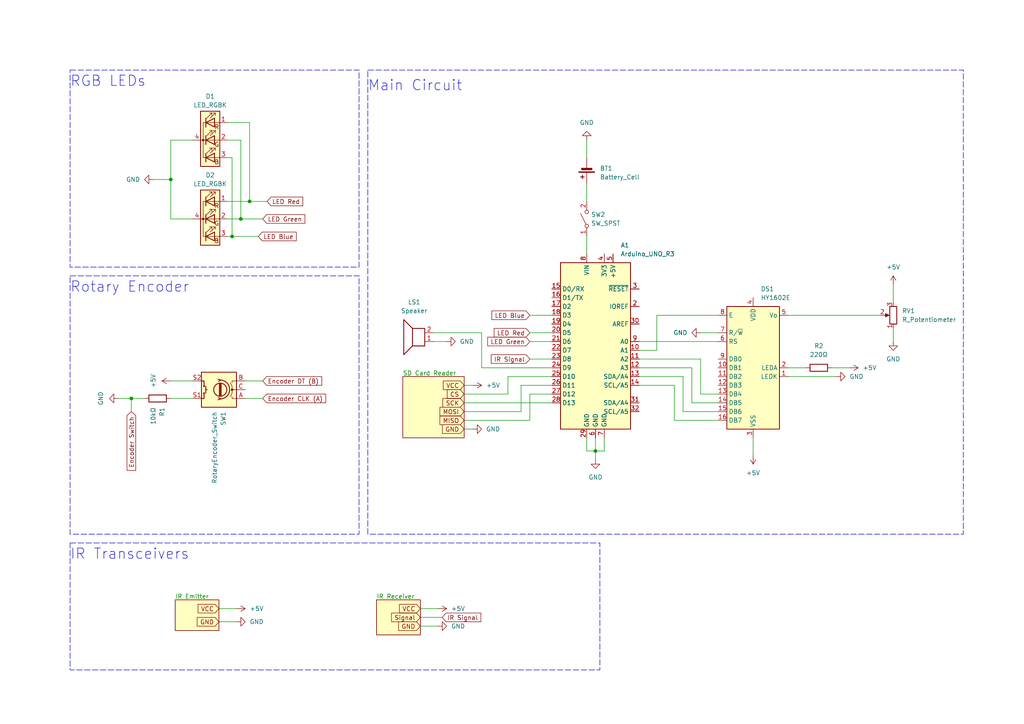
<source format=kicad_sch>
(kicad_sch (version 20230121) (generator eeschema)

  (uuid 505ef655-90a3-42ca-b655-35c1871386a0)

  (paper "A4")

  (title_block
    (title "F.L.A.S.H. Circuit")
    (date "2024-04-17")
    (rev "1.0")
    (company "University of Advancing Technology")
    (comment 1 "Tyler Widener, tylerwidenerlm@gmail.com")
  )

  (lib_symbols
    (symbol "Device:Battery_Cell" (pin_numbers hide) (pin_names (offset 0) hide) (in_bom yes) (on_board yes)
      (property "Reference" "BT" (at 2.54 2.54 0)
        (effects (font (size 1.27 1.27)) (justify left))
      )
      (property "Value" "Battery_Cell" (at 2.54 0 0)
        (effects (font (size 1.27 1.27)) (justify left))
      )
      (property "Footprint" "" (at 0 1.524 90)
        (effects (font (size 1.27 1.27)) hide)
      )
      (property "Datasheet" "~" (at 0 1.524 90)
        (effects (font (size 1.27 1.27)) hide)
      )
      (property "ki_keywords" "battery cell" (at 0 0 0)
        (effects (font (size 1.27 1.27)) hide)
      )
      (property "ki_description" "Single-cell battery" (at 0 0 0)
        (effects (font (size 1.27 1.27)) hide)
      )
      (symbol "Battery_Cell_0_1"
        (rectangle (start -2.286 1.778) (end 2.286 1.524)
          (stroke (width 0) (type default))
          (fill (type outline))
        )
        (rectangle (start -1.524 1.016) (end 1.524 0.508)
          (stroke (width 0) (type default))
          (fill (type outline))
        )
        (polyline
          (pts
            (xy 0 0.762)
            (xy 0 0)
          )
          (stroke (width 0) (type default))
          (fill (type none))
        )
        (polyline
          (pts
            (xy 0 1.778)
            (xy 0 2.54)
          )
          (stroke (width 0) (type default))
          (fill (type none))
        )
        (polyline
          (pts
            (xy 0.762 3.048)
            (xy 1.778 3.048)
          )
          (stroke (width 0.254) (type default))
          (fill (type none))
        )
        (polyline
          (pts
            (xy 1.27 3.556)
            (xy 1.27 2.54)
          )
          (stroke (width 0.254) (type default))
          (fill (type none))
        )
      )
      (symbol "Battery_Cell_1_1"
        (pin passive line (at 0 5.08 270) (length 2.54)
          (name "+" (effects (font (size 1.27 1.27))))
          (number "1" (effects (font (size 1.27 1.27))))
        )
        (pin passive line (at 0 -2.54 90) (length 2.54)
          (name "-" (effects (font (size 1.27 1.27))))
          (number "2" (effects (font (size 1.27 1.27))))
        )
      )
    )
    (symbol "Device:LED_RGBK" (pin_names (offset 0) hide) (in_bom yes) (on_board yes)
      (property "Reference" "D" (at 0 9.398 0)
        (effects (font (size 1.27 1.27)))
      )
      (property "Value" "LED_RGBK" (at 0 -8.89 0)
        (effects (font (size 1.27 1.27)))
      )
      (property "Footprint" "" (at 0 -1.27 0)
        (effects (font (size 1.27 1.27)) hide)
      )
      (property "Datasheet" "~" (at 0 -1.27 0)
        (effects (font (size 1.27 1.27)) hide)
      )
      (property "ki_keywords" "LED RGB diode" (at 0 0 0)
        (effects (font (size 1.27 1.27)) hide)
      )
      (property "ki_description" "RGB LED, red/green/blue/cathode" (at 0 0 0)
        (effects (font (size 1.27 1.27)) hide)
      )
      (property "ki_fp_filters" "LED* LED_SMD:* LED_THT:*" (at 0 0 0)
        (effects (font (size 1.27 1.27)) hide)
      )
      (symbol "LED_RGBK_0_0"
        (text "B" (at 1.905 -6.35 0)
          (effects (font (size 1.27 1.27)))
        )
        (text "G" (at 1.905 -1.27 0)
          (effects (font (size 1.27 1.27)))
        )
        (text "R" (at 1.905 3.81 0)
          (effects (font (size 1.27 1.27)))
        )
      )
      (symbol "LED_RGBK_0_1"
        (circle (center -2.032 0) (radius 0.254)
          (stroke (width 0) (type default))
          (fill (type outline))
        )
        (polyline
          (pts
            (xy -1.27 -5.08)
            (xy 1.27 -5.08)
          )
          (stroke (width 0) (type default))
          (fill (type none))
        )
        (polyline
          (pts
            (xy -1.27 -3.81)
            (xy -1.27 -6.35)
          )
          (stroke (width 0.254) (type default))
          (fill (type none))
        )
        (polyline
          (pts
            (xy -1.27 0)
            (xy -2.54 0)
          )
          (stroke (width 0) (type default))
          (fill (type none))
        )
        (polyline
          (pts
            (xy -1.27 1.27)
            (xy -1.27 -1.27)
          )
          (stroke (width 0.254) (type default))
          (fill (type none))
        )
        (polyline
          (pts
            (xy -1.27 5.08)
            (xy 1.27 5.08)
          )
          (stroke (width 0) (type default))
          (fill (type none))
        )
        (polyline
          (pts
            (xy -1.27 6.35)
            (xy -1.27 3.81)
          )
          (stroke (width 0.254) (type default))
          (fill (type none))
        )
        (polyline
          (pts
            (xy 1.27 -5.08)
            (xy 2.54 -5.08)
          )
          (stroke (width 0) (type default))
          (fill (type none))
        )
        (polyline
          (pts
            (xy 1.27 0)
            (xy -1.27 0)
          )
          (stroke (width 0) (type default))
          (fill (type none))
        )
        (polyline
          (pts
            (xy 1.27 0)
            (xy 2.54 0)
          )
          (stroke (width 0) (type default))
          (fill (type none))
        )
        (polyline
          (pts
            (xy 1.27 5.08)
            (xy 2.54 5.08)
          )
          (stroke (width 0) (type default))
          (fill (type none))
        )
        (polyline
          (pts
            (xy -1.27 1.27)
            (xy -1.27 -1.27)
            (xy -1.27 -1.27)
          )
          (stroke (width 0) (type default))
          (fill (type none))
        )
        (polyline
          (pts
            (xy -1.27 6.35)
            (xy -1.27 3.81)
            (xy -1.27 3.81)
          )
          (stroke (width 0) (type default))
          (fill (type none))
        )
        (polyline
          (pts
            (xy -1.27 5.08)
            (xy -2.032 5.08)
            (xy -2.032 -5.08)
            (xy -1.016 -5.08)
          )
          (stroke (width 0) (type default))
          (fill (type none))
        )
        (polyline
          (pts
            (xy 1.27 -3.81)
            (xy 1.27 -6.35)
            (xy -1.27 -5.08)
            (xy 1.27 -3.81)
          )
          (stroke (width 0.254) (type default))
          (fill (type none))
        )
        (polyline
          (pts
            (xy 1.27 1.27)
            (xy 1.27 -1.27)
            (xy -1.27 0)
            (xy 1.27 1.27)
          )
          (stroke (width 0.254) (type default))
          (fill (type none))
        )
        (polyline
          (pts
            (xy 1.27 6.35)
            (xy 1.27 3.81)
            (xy -1.27 5.08)
            (xy 1.27 6.35)
          )
          (stroke (width 0.254) (type default))
          (fill (type none))
        )
        (polyline
          (pts
            (xy -1.016 -3.81)
            (xy 0.508 -2.286)
            (xy -0.254 -2.286)
            (xy 0.508 -2.286)
            (xy 0.508 -3.048)
          )
          (stroke (width 0) (type default))
          (fill (type none))
        )
        (polyline
          (pts
            (xy -1.016 1.27)
            (xy 0.508 2.794)
            (xy -0.254 2.794)
            (xy 0.508 2.794)
            (xy 0.508 2.032)
          )
          (stroke (width 0) (type default))
          (fill (type none))
        )
        (polyline
          (pts
            (xy -1.016 6.35)
            (xy 0.508 7.874)
            (xy -0.254 7.874)
            (xy 0.508 7.874)
            (xy 0.508 7.112)
          )
          (stroke (width 0) (type default))
          (fill (type none))
        )
        (polyline
          (pts
            (xy 0 -3.81)
            (xy 1.524 -2.286)
            (xy 0.762 -2.286)
            (xy 1.524 -2.286)
            (xy 1.524 -3.048)
          )
          (stroke (width 0) (type default))
          (fill (type none))
        )
        (polyline
          (pts
            (xy 0 1.27)
            (xy 1.524 2.794)
            (xy 0.762 2.794)
            (xy 1.524 2.794)
            (xy 1.524 2.032)
          )
          (stroke (width 0) (type default))
          (fill (type none))
        )
        (polyline
          (pts
            (xy 0 6.35)
            (xy 1.524 7.874)
            (xy 0.762 7.874)
            (xy 1.524 7.874)
            (xy 1.524 7.112)
          )
          (stroke (width 0) (type default))
          (fill (type none))
        )
        (rectangle (start 1.27 -1.27) (end 1.27 1.27)
          (stroke (width 0) (type default))
          (fill (type none))
        )
        (rectangle (start 1.27 1.27) (end 1.27 1.27)
          (stroke (width 0) (type default))
          (fill (type none))
        )
        (rectangle (start 1.27 3.81) (end 1.27 6.35)
          (stroke (width 0) (type default))
          (fill (type none))
        )
        (rectangle (start 1.27 6.35) (end 1.27 6.35)
          (stroke (width 0) (type default))
          (fill (type none))
        )
        (rectangle (start 2.794 8.382) (end -2.794 -7.62)
          (stroke (width 0.254) (type default))
          (fill (type background))
        )
      )
      (symbol "LED_RGBK_1_1"
        (pin passive line (at 5.08 5.08 180) (length 2.54)
          (name "RA" (effects (font (size 1.27 1.27))))
          (number "1" (effects (font (size 1.27 1.27))))
        )
        (pin passive line (at 5.08 0 180) (length 2.54)
          (name "GA" (effects (font (size 1.27 1.27))))
          (number "2" (effects (font (size 1.27 1.27))))
        )
        (pin passive line (at 5.08 -5.08 180) (length 2.54)
          (name "BA" (effects (font (size 1.27 1.27))))
          (number "3" (effects (font (size 1.27 1.27))))
        )
        (pin passive line (at -5.08 0 0) (length 2.54)
          (name "K" (effects (font (size 1.27 1.27))))
          (number "4" (effects (font (size 1.27 1.27))))
        )
      )
    )
    (symbol "Device:R" (pin_numbers hide) (pin_names (offset 0)) (in_bom yes) (on_board yes)
      (property "Reference" "R" (at 2.032 0 90)
        (effects (font (size 1.27 1.27)))
      )
      (property "Value" "R" (at 0 0 90)
        (effects (font (size 1.27 1.27)))
      )
      (property "Footprint" "" (at -1.778 0 90)
        (effects (font (size 1.27 1.27)) hide)
      )
      (property "Datasheet" "~" (at 0 0 0)
        (effects (font (size 1.27 1.27)) hide)
      )
      (property "ki_keywords" "R res resistor" (at 0 0 0)
        (effects (font (size 1.27 1.27)) hide)
      )
      (property "ki_description" "Resistor" (at 0 0 0)
        (effects (font (size 1.27 1.27)) hide)
      )
      (property "ki_fp_filters" "R_*" (at 0 0 0)
        (effects (font (size 1.27 1.27)) hide)
      )
      (symbol "R_0_1"
        (rectangle (start -1.016 -2.54) (end 1.016 2.54)
          (stroke (width 0.254) (type default))
          (fill (type none))
        )
      )
      (symbol "R_1_1"
        (pin passive line (at 0 3.81 270) (length 1.27)
          (name "~" (effects (font (size 1.27 1.27))))
          (number "1" (effects (font (size 1.27 1.27))))
        )
        (pin passive line (at 0 -3.81 90) (length 1.27)
          (name "~" (effects (font (size 1.27 1.27))))
          (number "2" (effects (font (size 1.27 1.27))))
        )
      )
    )
    (symbol "Device:R_Potentiometer" (pin_names (offset 1.016) hide) (in_bom yes) (on_board yes)
      (property "Reference" "RV" (at -4.445 0 90)
        (effects (font (size 1.27 1.27)))
      )
      (property "Value" "R_Potentiometer" (at -2.54 0 90)
        (effects (font (size 1.27 1.27)))
      )
      (property "Footprint" "" (at 0 0 0)
        (effects (font (size 1.27 1.27)) hide)
      )
      (property "Datasheet" "~" (at 0 0 0)
        (effects (font (size 1.27 1.27)) hide)
      )
      (property "ki_keywords" "resistor variable" (at 0 0 0)
        (effects (font (size 1.27 1.27)) hide)
      )
      (property "ki_description" "Potentiometer" (at 0 0 0)
        (effects (font (size 1.27 1.27)) hide)
      )
      (property "ki_fp_filters" "Potentiometer*" (at 0 0 0)
        (effects (font (size 1.27 1.27)) hide)
      )
      (symbol "R_Potentiometer_0_1"
        (polyline
          (pts
            (xy 2.54 0)
            (xy 1.524 0)
          )
          (stroke (width 0) (type default))
          (fill (type none))
        )
        (polyline
          (pts
            (xy 1.143 0)
            (xy 2.286 0.508)
            (xy 2.286 -0.508)
            (xy 1.143 0)
          )
          (stroke (width 0) (type default))
          (fill (type outline))
        )
        (rectangle (start 1.016 2.54) (end -1.016 -2.54)
          (stroke (width 0.254) (type default))
          (fill (type none))
        )
      )
      (symbol "R_Potentiometer_1_1"
        (pin passive line (at 0 3.81 270) (length 1.27)
          (name "1" (effects (font (size 1.27 1.27))))
          (number "1" (effects (font (size 1.27 1.27))))
        )
        (pin passive line (at 3.81 0 180) (length 1.27)
          (name "2" (effects (font (size 1.27 1.27))))
          (number "2" (effects (font (size 1.27 1.27))))
        )
        (pin passive line (at 0 -3.81 90) (length 1.27)
          (name "3" (effects (font (size 1.27 1.27))))
          (number "3" (effects (font (size 1.27 1.27))))
        )
      )
    )
    (symbol "Device:RotaryEncoder_Switch" (pin_names (offset 0.254) hide) (in_bom yes) (on_board yes)
      (property "Reference" "SW" (at 0 6.604 0)
        (effects (font (size 1.27 1.27)))
      )
      (property "Value" "RotaryEncoder_Switch" (at 0 -6.604 0)
        (effects (font (size 1.27 1.27)))
      )
      (property "Footprint" "" (at -3.81 4.064 0)
        (effects (font (size 1.27 1.27)) hide)
      )
      (property "Datasheet" "~" (at 0 6.604 0)
        (effects (font (size 1.27 1.27)) hide)
      )
      (property "ki_keywords" "rotary switch encoder switch push button" (at 0 0 0)
        (effects (font (size 1.27 1.27)) hide)
      )
      (property "ki_description" "Rotary encoder, dual channel, incremental quadrate outputs, with switch" (at 0 0 0)
        (effects (font (size 1.27 1.27)) hide)
      )
      (property "ki_fp_filters" "RotaryEncoder*Switch*" (at 0 0 0)
        (effects (font (size 1.27 1.27)) hide)
      )
      (symbol "RotaryEncoder_Switch_0_1"
        (rectangle (start -5.08 5.08) (end 5.08 -5.08)
          (stroke (width 0.254) (type default))
          (fill (type background))
        )
        (circle (center -3.81 0) (radius 0.254)
          (stroke (width 0) (type default))
          (fill (type outline))
        )
        (circle (center -0.381 0) (radius 1.905)
          (stroke (width 0.254) (type default))
          (fill (type none))
        )
        (arc (start -0.381 2.667) (mid -3.0988 -0.0635) (end -0.381 -2.794)
          (stroke (width 0.254) (type default))
          (fill (type none))
        )
        (polyline
          (pts
            (xy -0.635 -1.778)
            (xy -0.635 1.778)
          )
          (stroke (width 0.254) (type default))
          (fill (type none))
        )
        (polyline
          (pts
            (xy -0.381 -1.778)
            (xy -0.381 1.778)
          )
          (stroke (width 0.254) (type default))
          (fill (type none))
        )
        (polyline
          (pts
            (xy -0.127 1.778)
            (xy -0.127 -1.778)
          )
          (stroke (width 0.254) (type default))
          (fill (type none))
        )
        (polyline
          (pts
            (xy 3.81 0)
            (xy 3.429 0)
          )
          (stroke (width 0.254) (type default))
          (fill (type none))
        )
        (polyline
          (pts
            (xy 3.81 1.016)
            (xy 3.81 -1.016)
          )
          (stroke (width 0.254) (type default))
          (fill (type none))
        )
        (polyline
          (pts
            (xy -5.08 -2.54)
            (xy -3.81 -2.54)
            (xy -3.81 -2.032)
          )
          (stroke (width 0) (type default))
          (fill (type none))
        )
        (polyline
          (pts
            (xy -5.08 2.54)
            (xy -3.81 2.54)
            (xy -3.81 2.032)
          )
          (stroke (width 0) (type default))
          (fill (type none))
        )
        (polyline
          (pts
            (xy 0.254 -3.048)
            (xy -0.508 -2.794)
            (xy 0.127 -2.413)
          )
          (stroke (width 0.254) (type default))
          (fill (type none))
        )
        (polyline
          (pts
            (xy 0.254 2.921)
            (xy -0.508 2.667)
            (xy 0.127 2.286)
          )
          (stroke (width 0.254) (type default))
          (fill (type none))
        )
        (polyline
          (pts
            (xy 5.08 -2.54)
            (xy 4.318 -2.54)
            (xy 4.318 -1.016)
          )
          (stroke (width 0.254) (type default))
          (fill (type none))
        )
        (polyline
          (pts
            (xy 5.08 2.54)
            (xy 4.318 2.54)
            (xy 4.318 1.016)
          )
          (stroke (width 0.254) (type default))
          (fill (type none))
        )
        (polyline
          (pts
            (xy -5.08 0)
            (xy -3.81 0)
            (xy -3.81 -1.016)
            (xy -3.302 -2.032)
          )
          (stroke (width 0) (type default))
          (fill (type none))
        )
        (polyline
          (pts
            (xy -4.318 0)
            (xy -3.81 0)
            (xy -3.81 1.016)
            (xy -3.302 2.032)
          )
          (stroke (width 0) (type default))
          (fill (type none))
        )
        (circle (center 4.318 -1.016) (radius 0.127)
          (stroke (width 0.254) (type default))
          (fill (type none))
        )
        (circle (center 4.318 1.016) (radius 0.127)
          (stroke (width 0.254) (type default))
          (fill (type none))
        )
      )
      (symbol "RotaryEncoder_Switch_1_1"
        (pin passive line (at -7.62 2.54 0) (length 2.54)
          (name "A" (effects (font (size 1.27 1.27))))
          (number "A" (effects (font (size 1.27 1.27))))
        )
        (pin passive line (at -7.62 -2.54 0) (length 2.54)
          (name "B" (effects (font (size 1.27 1.27))))
          (number "B" (effects (font (size 1.27 1.27))))
        )
        (pin passive line (at -7.62 0 0) (length 2.54)
          (name "C" (effects (font (size 1.27 1.27))))
          (number "C" (effects (font (size 1.27 1.27))))
        )
        (pin passive line (at 7.62 2.54 180) (length 2.54)
          (name "S1" (effects (font (size 1.27 1.27))))
          (number "S1" (effects (font (size 1.27 1.27))))
        )
        (pin passive line (at 7.62 -2.54 180) (length 2.54)
          (name "S2" (effects (font (size 1.27 1.27))))
          (number "S2" (effects (font (size 1.27 1.27))))
        )
      )
    )
    (symbol "Device:Speaker" (pin_names (offset 0) hide) (in_bom yes) (on_board yes)
      (property "Reference" "LS" (at 1.27 5.715 0)
        (effects (font (size 1.27 1.27)) (justify right))
      )
      (property "Value" "Speaker" (at 1.27 3.81 0)
        (effects (font (size 1.27 1.27)) (justify right))
      )
      (property "Footprint" "" (at 0 -5.08 0)
        (effects (font (size 1.27 1.27)) hide)
      )
      (property "Datasheet" "~" (at -0.254 -1.27 0)
        (effects (font (size 1.27 1.27)) hide)
      )
      (property "ki_keywords" "speaker sound" (at 0 0 0)
        (effects (font (size 1.27 1.27)) hide)
      )
      (property "ki_description" "Speaker" (at 0 0 0)
        (effects (font (size 1.27 1.27)) hide)
      )
      (symbol "Speaker_0_0"
        (rectangle (start -2.54 1.27) (end 1.016 -3.81)
          (stroke (width 0.254) (type default))
          (fill (type none))
        )
        (polyline
          (pts
            (xy 1.016 1.27)
            (xy 3.556 3.81)
            (xy 3.556 -6.35)
            (xy 1.016 -3.81)
          )
          (stroke (width 0.254) (type default))
          (fill (type none))
        )
      )
      (symbol "Speaker_1_1"
        (pin input line (at -5.08 0 0) (length 2.54)
          (name "1" (effects (font (size 1.27 1.27))))
          (number "1" (effects (font (size 1.27 1.27))))
        )
        (pin input line (at -5.08 -2.54 0) (length 2.54)
          (name "2" (effects (font (size 1.27 1.27))))
          (number "2" (effects (font (size 1.27 1.27))))
        )
      )
    )
    (symbol "Display_Character:HY1602E" (in_bom yes) (on_board yes)
      (property "Reference" "DS" (at -6.096 19.05 0)
        (effects (font (size 1.27 1.27)))
      )
      (property "Value" "HY1602E" (at 5.08 19.05 0)
        (effects (font (size 1.27 1.27)))
      )
      (property "Footprint" "Display:HY1602E" (at 0 -22.86 0)
        (effects (font (size 1.27 1.27) italic) hide)
      )
      (property "Datasheet" "http://www.icbank.com/data/ICBShop/board/HY1602E.pdf" (at 5.08 2.54 0)
        (effects (font (size 1.27 1.27)) hide)
      )
      (property "ki_keywords" "display LCD 7-segment" (at 0 0 0)
        (effects (font (size 1.27 1.27)) hide)
      )
      (property "ki_description" "LCD 16x2 Alphanumeric 16pin Blue/Yellow/Green Backlight, 8bit parallel, 5V VDD" (at 0 0 0)
        (effects (font (size 1.27 1.27)) hide)
      )
      (property "ki_fp_filters" "*HY1602E*" (at 0 0 0)
        (effects (font (size 1.27 1.27)) hide)
      )
      (symbol "HY1602E_0_1"
        (rectangle (start -7.62 17.78) (end 7.62 -17.78)
          (stroke (width 0.254) (type default))
          (fill (type background))
        )
      )
      (symbol "HY1602E_1_1"
        (pin passive line (at 10.16 -2.54 180) (length 2.54)
          (name "LEDK" (effects (font (size 1.27 1.27))))
          (number "1" (effects (font (size 1.27 1.27))))
        )
        (pin bidirectional line (at -10.16 0 0) (length 2.54)
          (name "DB1" (effects (font (size 1.27 1.27))))
          (number "10" (effects (font (size 1.27 1.27))))
        )
        (pin bidirectional line (at -10.16 -2.54 0) (length 2.54)
          (name "DB2" (effects (font (size 1.27 1.27))))
          (number "11" (effects (font (size 1.27 1.27))))
        )
        (pin bidirectional line (at -10.16 -5.08 0) (length 2.54)
          (name "DB3" (effects (font (size 1.27 1.27))))
          (number "12" (effects (font (size 1.27 1.27))))
        )
        (pin bidirectional line (at -10.16 -7.62 0) (length 2.54)
          (name "DB4" (effects (font (size 1.27 1.27))))
          (number "13" (effects (font (size 1.27 1.27))))
        )
        (pin bidirectional line (at -10.16 -10.16 0) (length 2.54)
          (name "DB5" (effects (font (size 1.27 1.27))))
          (number "14" (effects (font (size 1.27 1.27))))
        )
        (pin bidirectional line (at -10.16 -12.7 0) (length 2.54)
          (name "DB6" (effects (font (size 1.27 1.27))))
          (number "15" (effects (font (size 1.27 1.27))))
        )
        (pin bidirectional line (at -10.16 -15.24 0) (length 2.54)
          (name "DB7" (effects (font (size 1.27 1.27))))
          (number "16" (effects (font (size 1.27 1.27))))
        )
        (pin passive line (at 10.16 0 180) (length 2.54)
          (name "LEDA" (effects (font (size 1.27 1.27))))
          (number "2" (effects (font (size 1.27 1.27))))
        )
        (pin power_in line (at 0 -20.32 90) (length 2.54)
          (name "VSS" (effects (font (size 1.27 1.27))))
          (number "3" (effects (font (size 1.27 1.27))))
        )
        (pin power_in line (at 0 20.32 270) (length 2.54)
          (name "VDD" (effects (font (size 1.27 1.27))))
          (number "4" (effects (font (size 1.27 1.27))))
        )
        (pin input line (at 10.16 15.24 180) (length 2.54)
          (name "Vo" (effects (font (size 1.27 1.27))))
          (number "5" (effects (font (size 1.27 1.27))))
        )
        (pin input line (at -10.16 7.62 0) (length 2.54)
          (name "RS" (effects (font (size 1.27 1.27))))
          (number "6" (effects (font (size 1.27 1.27))))
        )
        (pin input line (at -10.16 10.16 0) (length 2.54)
          (name "R/~{W}" (effects (font (size 1.27 1.27))))
          (number "7" (effects (font (size 1.27 1.27))))
        )
        (pin input line (at -10.16 15.24 0) (length 2.54)
          (name "E" (effects (font (size 1.27 1.27))))
          (number "8" (effects (font (size 1.27 1.27))))
        )
        (pin bidirectional line (at -10.16 2.54 0) (length 2.54)
          (name "DB0" (effects (font (size 1.27 1.27))))
          (number "9" (effects (font (size 1.27 1.27))))
        )
      )
    )
    (symbol "MCU_Module:Arduino_UNO_R3" (in_bom yes) (on_board yes)
      (property "Reference" "A" (at -10.16 23.495 0)
        (effects (font (size 1.27 1.27)) (justify left bottom))
      )
      (property "Value" "Arduino_UNO_R3" (at 5.08 -26.67 0)
        (effects (font (size 1.27 1.27)) (justify left top))
      )
      (property "Footprint" "Module:Arduino_UNO_R3" (at 0 0 0)
        (effects (font (size 1.27 1.27) italic) hide)
      )
      (property "Datasheet" "https://www.arduino.cc/en/Main/arduinoBoardUno" (at 0 0 0)
        (effects (font (size 1.27 1.27)) hide)
      )
      (property "ki_keywords" "Arduino UNO R3 Microcontroller Module Atmel AVR USB" (at 0 0 0)
        (effects (font (size 1.27 1.27)) hide)
      )
      (property "ki_description" "Arduino UNO Microcontroller Module, release 3" (at 0 0 0)
        (effects (font (size 1.27 1.27)) hide)
      )
      (property "ki_fp_filters" "Arduino*UNO*R3*" (at 0 0 0)
        (effects (font (size 1.27 1.27)) hide)
      )
      (symbol "Arduino_UNO_R3_0_1"
        (rectangle (start -10.16 22.86) (end 10.16 -25.4)
          (stroke (width 0.254) (type default))
          (fill (type background))
        )
      )
      (symbol "Arduino_UNO_R3_1_1"
        (pin no_connect line (at -10.16 -20.32 0) (length 2.54) hide
          (name "NC" (effects (font (size 1.27 1.27))))
          (number "1" (effects (font (size 1.27 1.27))))
        )
        (pin bidirectional line (at 12.7 -2.54 180) (length 2.54)
          (name "A1" (effects (font (size 1.27 1.27))))
          (number "10" (effects (font (size 1.27 1.27))))
        )
        (pin bidirectional line (at 12.7 -5.08 180) (length 2.54)
          (name "A2" (effects (font (size 1.27 1.27))))
          (number "11" (effects (font (size 1.27 1.27))))
        )
        (pin bidirectional line (at 12.7 -7.62 180) (length 2.54)
          (name "A3" (effects (font (size 1.27 1.27))))
          (number "12" (effects (font (size 1.27 1.27))))
        )
        (pin bidirectional line (at 12.7 -10.16 180) (length 2.54)
          (name "SDA/A4" (effects (font (size 1.27 1.27))))
          (number "13" (effects (font (size 1.27 1.27))))
        )
        (pin bidirectional line (at 12.7 -12.7 180) (length 2.54)
          (name "SCL/A5" (effects (font (size 1.27 1.27))))
          (number "14" (effects (font (size 1.27 1.27))))
        )
        (pin bidirectional line (at -12.7 15.24 0) (length 2.54)
          (name "D0/RX" (effects (font (size 1.27 1.27))))
          (number "15" (effects (font (size 1.27 1.27))))
        )
        (pin bidirectional line (at -12.7 12.7 0) (length 2.54)
          (name "D1/TX" (effects (font (size 1.27 1.27))))
          (number "16" (effects (font (size 1.27 1.27))))
        )
        (pin bidirectional line (at -12.7 10.16 0) (length 2.54)
          (name "D2" (effects (font (size 1.27 1.27))))
          (number "17" (effects (font (size 1.27 1.27))))
        )
        (pin bidirectional line (at -12.7 7.62 0) (length 2.54)
          (name "D3" (effects (font (size 1.27 1.27))))
          (number "18" (effects (font (size 1.27 1.27))))
        )
        (pin bidirectional line (at -12.7 5.08 0) (length 2.54)
          (name "D4" (effects (font (size 1.27 1.27))))
          (number "19" (effects (font (size 1.27 1.27))))
        )
        (pin output line (at 12.7 10.16 180) (length 2.54)
          (name "IOREF" (effects (font (size 1.27 1.27))))
          (number "2" (effects (font (size 1.27 1.27))))
        )
        (pin bidirectional line (at -12.7 2.54 0) (length 2.54)
          (name "D5" (effects (font (size 1.27 1.27))))
          (number "20" (effects (font (size 1.27 1.27))))
        )
        (pin bidirectional line (at -12.7 0 0) (length 2.54)
          (name "D6" (effects (font (size 1.27 1.27))))
          (number "21" (effects (font (size 1.27 1.27))))
        )
        (pin bidirectional line (at -12.7 -2.54 0) (length 2.54)
          (name "D7" (effects (font (size 1.27 1.27))))
          (number "22" (effects (font (size 1.27 1.27))))
        )
        (pin bidirectional line (at -12.7 -5.08 0) (length 2.54)
          (name "D8" (effects (font (size 1.27 1.27))))
          (number "23" (effects (font (size 1.27 1.27))))
        )
        (pin bidirectional line (at -12.7 -7.62 0) (length 2.54)
          (name "D9" (effects (font (size 1.27 1.27))))
          (number "24" (effects (font (size 1.27 1.27))))
        )
        (pin bidirectional line (at -12.7 -10.16 0) (length 2.54)
          (name "D10" (effects (font (size 1.27 1.27))))
          (number "25" (effects (font (size 1.27 1.27))))
        )
        (pin bidirectional line (at -12.7 -12.7 0) (length 2.54)
          (name "D11" (effects (font (size 1.27 1.27))))
          (number "26" (effects (font (size 1.27 1.27))))
        )
        (pin bidirectional line (at -12.7 -15.24 0) (length 2.54)
          (name "D12" (effects (font (size 1.27 1.27))))
          (number "27" (effects (font (size 1.27 1.27))))
        )
        (pin bidirectional line (at -12.7 -17.78 0) (length 2.54)
          (name "D13" (effects (font (size 1.27 1.27))))
          (number "28" (effects (font (size 1.27 1.27))))
        )
        (pin power_in line (at -2.54 -27.94 90) (length 2.54)
          (name "GND" (effects (font (size 1.27 1.27))))
          (number "29" (effects (font (size 1.27 1.27))))
        )
        (pin input line (at 12.7 15.24 180) (length 2.54)
          (name "~{RESET}" (effects (font (size 1.27 1.27))))
          (number "3" (effects (font (size 1.27 1.27))))
        )
        (pin input line (at 12.7 5.08 180) (length 2.54)
          (name "AREF" (effects (font (size 1.27 1.27))))
          (number "30" (effects (font (size 1.27 1.27))))
        )
        (pin bidirectional line (at 12.7 -17.78 180) (length 2.54)
          (name "SDA/A4" (effects (font (size 1.27 1.27))))
          (number "31" (effects (font (size 1.27 1.27))))
        )
        (pin bidirectional line (at 12.7 -20.32 180) (length 2.54)
          (name "SCL/A5" (effects (font (size 1.27 1.27))))
          (number "32" (effects (font (size 1.27 1.27))))
        )
        (pin power_out line (at 2.54 25.4 270) (length 2.54)
          (name "3V3" (effects (font (size 1.27 1.27))))
          (number "4" (effects (font (size 1.27 1.27))))
        )
        (pin power_out line (at 5.08 25.4 270) (length 2.54)
          (name "+5V" (effects (font (size 1.27 1.27))))
          (number "5" (effects (font (size 1.27 1.27))))
        )
        (pin power_in line (at 0 -27.94 90) (length 2.54)
          (name "GND" (effects (font (size 1.27 1.27))))
          (number "6" (effects (font (size 1.27 1.27))))
        )
        (pin power_in line (at 2.54 -27.94 90) (length 2.54)
          (name "GND" (effects (font (size 1.27 1.27))))
          (number "7" (effects (font (size 1.27 1.27))))
        )
        (pin power_in line (at -2.54 25.4 270) (length 2.54)
          (name "VIN" (effects (font (size 1.27 1.27))))
          (number "8" (effects (font (size 1.27 1.27))))
        )
        (pin bidirectional line (at 12.7 0 180) (length 2.54)
          (name "A0" (effects (font (size 1.27 1.27))))
          (number "9" (effects (font (size 1.27 1.27))))
        )
      )
    )
    (symbol "Switch:SW_SPST" (pin_names (offset 0) hide) (in_bom yes) (on_board yes)
      (property "Reference" "SW" (at 0 3.175 0)
        (effects (font (size 1.27 1.27)))
      )
      (property "Value" "SW_SPST" (at 0 -2.54 0)
        (effects (font (size 1.27 1.27)))
      )
      (property "Footprint" "" (at 0 0 0)
        (effects (font (size 1.27 1.27)) hide)
      )
      (property "Datasheet" "~" (at 0 0 0)
        (effects (font (size 1.27 1.27)) hide)
      )
      (property "ki_keywords" "switch lever" (at 0 0 0)
        (effects (font (size 1.27 1.27)) hide)
      )
      (property "ki_description" "Single Pole Single Throw (SPST) switch" (at 0 0 0)
        (effects (font (size 1.27 1.27)) hide)
      )
      (symbol "SW_SPST_0_0"
        (circle (center -2.032 0) (radius 0.508)
          (stroke (width 0) (type default))
          (fill (type none))
        )
        (polyline
          (pts
            (xy -1.524 0.254)
            (xy 1.524 1.778)
          )
          (stroke (width 0) (type default))
          (fill (type none))
        )
        (circle (center 2.032 0) (radius 0.508)
          (stroke (width 0) (type default))
          (fill (type none))
        )
      )
      (symbol "SW_SPST_1_1"
        (pin passive line (at -5.08 0 0) (length 2.54)
          (name "A" (effects (font (size 1.27 1.27))))
          (number "1" (effects (font (size 1.27 1.27))))
        )
        (pin passive line (at 5.08 0 180) (length 2.54)
          (name "B" (effects (font (size 1.27 1.27))))
          (number "2" (effects (font (size 1.27 1.27))))
        )
      )
    )
    (symbol "power:+5V" (power) (pin_names (offset 0)) (in_bom yes) (on_board yes)
      (property "Reference" "#PWR" (at 0 -3.81 0)
        (effects (font (size 1.27 1.27)) hide)
      )
      (property "Value" "+5V" (at 0 3.556 0)
        (effects (font (size 1.27 1.27)))
      )
      (property "Footprint" "" (at 0 0 0)
        (effects (font (size 1.27 1.27)) hide)
      )
      (property "Datasheet" "" (at 0 0 0)
        (effects (font (size 1.27 1.27)) hide)
      )
      (property "ki_keywords" "global power" (at 0 0 0)
        (effects (font (size 1.27 1.27)) hide)
      )
      (property "ki_description" "Power symbol creates a global label with name \"+5V\"" (at 0 0 0)
        (effects (font (size 1.27 1.27)) hide)
      )
      (symbol "+5V_0_1"
        (polyline
          (pts
            (xy -0.762 1.27)
            (xy 0 2.54)
          )
          (stroke (width 0) (type default))
          (fill (type none))
        )
        (polyline
          (pts
            (xy 0 0)
            (xy 0 2.54)
          )
          (stroke (width 0) (type default))
          (fill (type none))
        )
        (polyline
          (pts
            (xy 0 2.54)
            (xy 0.762 1.27)
          )
          (stroke (width 0) (type default))
          (fill (type none))
        )
      )
      (symbol "+5V_1_1"
        (pin power_in line (at 0 0 90) (length 0) hide
          (name "+5V" (effects (font (size 1.27 1.27))))
          (number "1" (effects (font (size 1.27 1.27))))
        )
      )
    )
    (symbol "power:GND" (power) (pin_names (offset 0)) (in_bom yes) (on_board yes)
      (property "Reference" "#PWR" (at 0 -6.35 0)
        (effects (font (size 1.27 1.27)) hide)
      )
      (property "Value" "GND" (at 0 -3.81 0)
        (effects (font (size 1.27 1.27)))
      )
      (property "Footprint" "" (at 0 0 0)
        (effects (font (size 1.27 1.27)) hide)
      )
      (property "Datasheet" "" (at 0 0 0)
        (effects (font (size 1.27 1.27)) hide)
      )
      (property "ki_keywords" "global power" (at 0 0 0)
        (effects (font (size 1.27 1.27)) hide)
      )
      (property "ki_description" "Power symbol creates a global label with name \"GND\" , ground" (at 0 0 0)
        (effects (font (size 1.27 1.27)) hide)
      )
      (symbol "GND_0_1"
        (polyline
          (pts
            (xy 0 0)
            (xy 0 -1.27)
            (xy 1.27 -1.27)
            (xy 0 -2.54)
            (xy -1.27 -1.27)
            (xy 0 -1.27)
          )
          (stroke (width 0) (type default))
          (fill (type none))
        )
      )
      (symbol "GND_1_1"
        (pin power_in line (at 0 0 270) (length 0) hide
          (name "GND" (effects (font (size 1.27 1.27))))
          (number "1" (effects (font (size 1.27 1.27))))
        )
      )
    )
  )

  (junction (at 49.53 52.07) (diameter 0) (color 0 0 0 0)
    (uuid 004bea0b-9ace-4543-a7be-80c00ae9a6fa)
  )
  (junction (at 72.39 58.42) (diameter 0) (color 0 0 0 0)
    (uuid 072a1c45-a6ed-4c31-9d7a-ba3190b620a7)
  )
  (junction (at 69.85 63.5) (diameter 0) (color 0 0 0 0)
    (uuid 1c9cea07-3964-4655-b2c1-d75eb1fb3134)
  )
  (junction (at 38.1 115.57) (diameter 0) (color 0 0 0 0)
    (uuid 261ea3e2-f2aa-476b-ac63-c7c82d61f847)
  )
  (junction (at 172.72 130.81) (diameter 0) (color 0 0 0 0)
    (uuid 4b7b01aa-4943-4e25-9e3e-49aad257e692)
  )
  (junction (at 67.31 68.58) (diameter 0) (color 0 0 0 0)
    (uuid fa7f148f-0673-4cd0-8f01-2490cce6d8e9)
  )

  (wire (pts (xy 125.73 99.06) (xy 129.54 99.06))
    (stroke (width 0) (type default))
    (uuid 0641c1b9-a606-4dd1-85aa-4625a4a1ae9a)
  )
  (wire (pts (xy 72.39 58.42) (xy 72.39 35.56))
    (stroke (width 0) (type default))
    (uuid 0c7c9e74-c663-43ae-af05-1d806e71f8b7)
  )
  (wire (pts (xy 153.67 104.14) (xy 160.02 104.14))
    (stroke (width 0) (type default))
    (uuid 0cba6d24-c83e-4a03-a4d4-a97b0ab0afe5)
  )
  (wire (pts (xy 218.44 127) (xy 218.44 132.08))
    (stroke (width 0) (type default))
    (uuid 11f58d97-5fe9-4cdf-920b-2e0da2ed1651)
  )
  (wire (pts (xy 72.39 35.56) (xy 66.04 35.56))
    (stroke (width 0) (type default))
    (uuid 155568e4-7390-4c1c-87f9-832b0c76ce72)
  )
  (wire (pts (xy 49.53 63.5) (xy 49.53 52.07))
    (stroke (width 0) (type default))
    (uuid 1576ff5f-2137-4736-a89b-e2eefa17198e)
  )
  (wire (pts (xy 121.92 179.07) (xy 128.27 179.07))
    (stroke (width 0) (type default))
    (uuid 288c35fa-19df-4089-a059-c7a20a317d63)
  )
  (wire (pts (xy 125.73 96.52) (xy 139.7 96.52))
    (stroke (width 0) (type default))
    (uuid 2a179707-8a24-4901-8f83-e19154d00d5d)
  )
  (wire (pts (xy 67.31 68.58) (xy 74.93 68.58))
    (stroke (width 0) (type default))
    (uuid 2d46959e-4696-4d9c-92ce-f3e8a9887833)
  )
  (wire (pts (xy 172.72 130.81) (xy 172.72 133.35))
    (stroke (width 0) (type default))
    (uuid 41969b43-fc0a-4b09-bbcd-3f72065d3438)
  )
  (wire (pts (xy 72.39 58.42) (xy 77.47 58.42))
    (stroke (width 0) (type default))
    (uuid 4636b9d7-f71c-4e68-a5f7-83506acdae37)
  )
  (wire (pts (xy 195.58 121.92) (xy 208.28 121.92))
    (stroke (width 0) (type default))
    (uuid 481a0e7d-69b5-49e4-bcc3-e476411b85a9)
  )
  (wire (pts (xy 203.2 114.3) (xy 203.2 104.14))
    (stroke (width 0) (type default))
    (uuid 4b3cdd1b-f9f0-4bde-afc0-ec308bad98ab)
  )
  (wire (pts (xy 67.31 45.72) (xy 67.31 68.58))
    (stroke (width 0) (type default))
    (uuid 4d5d0295-84a1-4e70-ad95-2237936ede36)
  )
  (wire (pts (xy 76.2 110.49) (xy 71.12 110.49))
    (stroke (width 0) (type default))
    (uuid 50fdd101-d475-4f18-8844-ec93558c0b2b)
  )
  (wire (pts (xy 139.7 96.52) (xy 139.7 106.68))
    (stroke (width 0) (type default))
    (uuid 542b7fd0-53c8-4d6c-92b2-6472bd499988)
  )
  (wire (pts (xy 153.67 121.92) (xy 153.67 114.3))
    (stroke (width 0) (type default))
    (uuid 5542257b-ffa1-435d-8bf9-a4c1a746c049)
  )
  (wire (pts (xy 49.53 40.64) (xy 49.53 52.07))
    (stroke (width 0) (type default))
    (uuid 5892b2b0-b530-4e6a-9744-89e7c8bf4d17)
  )
  (wire (pts (xy 203.2 96.52) (xy 208.28 96.52))
    (stroke (width 0) (type default))
    (uuid 5921c5ae-7cb9-47c2-a3b4-8bf0f6ec9a0d)
  )
  (wire (pts (xy 198.12 109.22) (xy 198.12 119.38))
    (stroke (width 0) (type default))
    (uuid 66de0510-370c-45c5-886d-55af69b849aa)
  )
  (wire (pts (xy 153.67 114.3) (xy 160.02 114.3))
    (stroke (width 0) (type default))
    (uuid 6750441f-74ac-434a-b120-5bbbfe8a7c0a)
  )
  (wire (pts (xy 55.88 40.64) (xy 49.53 40.64))
    (stroke (width 0) (type default))
    (uuid 6a47ff1e-bd63-459c-b85d-a77ab37ac57a)
  )
  (wire (pts (xy 170.18 130.81) (xy 172.72 130.81))
    (stroke (width 0) (type default))
    (uuid 6c081605-0293-449c-a589-af20ce591eef)
  )
  (wire (pts (xy 190.5 101.6) (xy 185.42 101.6))
    (stroke (width 0) (type default))
    (uuid 6da401c6-8dc5-4e81-bd1a-2c3c26842a5f)
  )
  (wire (pts (xy 170.18 127) (xy 170.18 130.81))
    (stroke (width 0) (type default))
    (uuid 6fdd78cc-bac9-4b2f-a629-d8b531ef9b96)
  )
  (wire (pts (xy 170.18 40.64) (xy 170.18 45.72))
    (stroke (width 0) (type default))
    (uuid 7c0f0349-8222-48e7-86fb-c653c0ea3a0c)
  )
  (wire (pts (xy 55.88 63.5) (xy 49.53 63.5))
    (stroke (width 0) (type default))
    (uuid 7d821f86-250d-47c1-9c12-61667cb3d9a6)
  )
  (wire (pts (xy 69.85 40.64) (xy 66.04 40.64))
    (stroke (width 0) (type default))
    (uuid 7f17c089-5786-4405-9b8d-1c3bb5c3ddcf)
  )
  (wire (pts (xy 259.08 82.55) (xy 259.08 87.63))
    (stroke (width 0) (type default))
    (uuid 7f993352-d08d-4de5-bcd9-ee087b0dba5b)
  )
  (wire (pts (xy 76.2 115.57) (xy 71.12 115.57))
    (stroke (width 0) (type default))
    (uuid 82103359-1048-4524-99ba-97f3d82bd03a)
  )
  (wire (pts (xy 147.32 114.3) (xy 147.32 109.22))
    (stroke (width 0) (type default))
    (uuid 852b68e4-e662-4984-8b23-2b39d3ac9555)
  )
  (wire (pts (xy 203.2 104.14) (xy 185.42 104.14))
    (stroke (width 0) (type default))
    (uuid 86f69f42-bc04-4d03-a18e-c8e3c9539c87)
  )
  (wire (pts (xy 153.67 96.52) (xy 160.02 96.52))
    (stroke (width 0) (type default))
    (uuid 88620cf5-3919-4825-99e9-94c01d660ea1)
  )
  (wire (pts (xy 63.5 176.53) (xy 68.58 176.53))
    (stroke (width 0) (type default))
    (uuid 89895a65-591e-40f9-be51-6bd11939249a)
  )
  (wire (pts (xy 153.67 91.44) (xy 160.02 91.44))
    (stroke (width 0) (type default))
    (uuid 8a9fcd37-27b3-4585-944a-f0565a5a1616)
  )
  (wire (pts (xy 38.1 115.57) (xy 34.29 115.57))
    (stroke (width 0) (type default))
    (uuid 8c27795d-0d66-44cc-b096-55f2073ad612)
  )
  (wire (pts (xy 170.18 53.34) (xy 170.18 58.42))
    (stroke (width 0) (type default))
    (uuid 8fd7f24f-d6ed-4b57-a0e0-dbf12e91ea54)
  )
  (wire (pts (xy 66.04 63.5) (xy 69.85 63.5))
    (stroke (width 0) (type default))
    (uuid 902e1bb1-4137-43fb-8cd0-31fe269200f0)
  )
  (wire (pts (xy 66.04 45.72) (xy 67.31 45.72))
    (stroke (width 0) (type default))
    (uuid 9115b307-9dea-4272-8691-a73605101a65)
  )
  (wire (pts (xy 200.66 116.84) (xy 208.28 116.84))
    (stroke (width 0) (type default))
    (uuid 95642c9d-ae74-4d95-9ce1-8deafb0b8b7c)
  )
  (wire (pts (xy 67.31 68.58) (xy 66.04 68.58))
    (stroke (width 0) (type default))
    (uuid 97fbbeca-36ed-4213-abbb-38e0d2b886d7)
  )
  (wire (pts (xy 190.5 91.44) (xy 190.5 101.6))
    (stroke (width 0) (type default))
    (uuid 98bfad0f-68cd-4a7a-9bed-31f570a6bd91)
  )
  (wire (pts (xy 63.5 180.34) (xy 68.58 180.34))
    (stroke (width 0) (type default))
    (uuid 99e6cc45-f3a5-4662-9bd8-0d1321260903)
  )
  (wire (pts (xy 190.5 91.44) (xy 208.28 91.44))
    (stroke (width 0) (type default))
    (uuid 9a06ddc1-ec20-4dff-bb5c-bede07b668dc)
  )
  (wire (pts (xy 228.6 109.22) (xy 242.57 109.22))
    (stroke (width 0) (type default))
    (uuid aa3f2fad-65a9-48cf-a6bb-4b0e5c56358f)
  )
  (wire (pts (xy 175.26 127) (xy 175.26 130.81))
    (stroke (width 0) (type default))
    (uuid ae7f55cd-1839-4588-8fb1-1a7a6ae64582)
  )
  (wire (pts (xy 66.04 58.42) (xy 72.39 58.42))
    (stroke (width 0) (type default))
    (uuid b1ed3fb7-925a-418a-b75a-aea19c2e10f0)
  )
  (wire (pts (xy 134.62 121.92) (xy 153.67 121.92))
    (stroke (width 0) (type default))
    (uuid b3c2122d-a2c7-47c5-a707-97313eb8256c)
  )
  (wire (pts (xy 228.6 91.44) (xy 255.27 91.44))
    (stroke (width 0) (type default))
    (uuid b8b09048-ab6d-4e85-bacc-5261afe9d88c)
  )
  (wire (pts (xy 134.62 111.76) (xy 137.16 111.76))
    (stroke (width 0) (type default))
    (uuid bc2a9043-0b54-4cdc-b659-66bdb4158da9)
  )
  (wire (pts (xy 69.85 63.5) (xy 76.2 63.5))
    (stroke (width 0) (type default))
    (uuid be75f1d5-41ff-4454-ac95-79e1b0c1b2ae)
  )
  (wire (pts (xy 151.13 119.38) (xy 151.13 111.76))
    (stroke (width 0) (type default))
    (uuid bf18beae-1219-43fd-938a-b0cae0f5c052)
  )
  (wire (pts (xy 172.72 127) (xy 172.72 130.81))
    (stroke (width 0) (type default))
    (uuid bf7521f9-42a2-4e64-a137-23aaa49fa890)
  )
  (wire (pts (xy 134.62 119.38) (xy 151.13 119.38))
    (stroke (width 0) (type default))
    (uuid c0e1162f-f5e5-452d-8906-68368890e5d1)
  )
  (wire (pts (xy 139.7 106.68) (xy 160.02 106.68))
    (stroke (width 0) (type default))
    (uuid c10c6f90-d951-4e8b-9bf4-e54ae029535e)
  )
  (wire (pts (xy 41.91 115.57) (xy 38.1 115.57))
    (stroke (width 0) (type default))
    (uuid c58cc185-71f8-475e-961e-5e4c2a4febc6)
  )
  (wire (pts (xy 241.3 106.68) (xy 246.38 106.68))
    (stroke (width 0) (type default))
    (uuid c6579079-0a3b-4dd8-9633-e44fc5c4ce94)
  )
  (wire (pts (xy 200.66 116.84) (xy 200.66 106.68))
    (stroke (width 0) (type default))
    (uuid cd5f18e1-88e4-401f-a641-f65f910ec8bf)
  )
  (wire (pts (xy 185.42 111.76) (xy 195.58 111.76))
    (stroke (width 0) (type default))
    (uuid d0334729-4777-4c1f-b7db-9fda10493d21)
  )
  (wire (pts (xy 153.67 99.06) (xy 160.02 99.06))
    (stroke (width 0) (type default))
    (uuid d211f4e6-c3e5-494a-8a23-8d94d28aced6)
  )
  (wire (pts (xy 38.1 115.57) (xy 38.1 119.38))
    (stroke (width 0) (type default))
    (uuid d39721ee-bbbc-481b-8219-db8e266f1503)
  )
  (wire (pts (xy 175.26 130.81) (xy 172.72 130.81))
    (stroke (width 0) (type default))
    (uuid d9348ab5-117d-444a-9c2d-3ea915b23171)
  )
  (wire (pts (xy 69.85 63.5) (xy 69.85 40.64))
    (stroke (width 0) (type default))
    (uuid d9d4e0bd-db05-43e8-aa31-5e6b40b6be30)
  )
  (wire (pts (xy 134.62 124.46) (xy 137.16 124.46))
    (stroke (width 0) (type default))
    (uuid da2636f0-1d79-4183-a71b-f33eb99ce7b9)
  )
  (wire (pts (xy 185.42 99.06) (xy 208.28 99.06))
    (stroke (width 0) (type default))
    (uuid db5fc427-489a-4fab-8edc-f4a3ae254d34)
  )
  (wire (pts (xy 151.13 111.76) (xy 160.02 111.76))
    (stroke (width 0) (type default))
    (uuid dc41d40c-4a5e-48ac-ac48-9f03a5e8e7db)
  )
  (wire (pts (xy 185.42 109.22) (xy 198.12 109.22))
    (stroke (width 0) (type default))
    (uuid df8eae85-5fcb-4b58-9039-e49b924c061f)
  )
  (wire (pts (xy 55.88 115.57) (xy 49.53 115.57))
    (stroke (width 0) (type default))
    (uuid e07cb6f0-3d0c-48a9-913d-8d6d0b698648)
  )
  (wire (pts (xy 200.66 106.68) (xy 185.42 106.68))
    (stroke (width 0) (type default))
    (uuid e219f730-18bf-4234-aaec-914f4efeaf60)
  )
  (wire (pts (xy 49.53 52.07) (xy 44.45 52.07))
    (stroke (width 0) (type default))
    (uuid e22b3d42-7a1b-4454-9a89-6a12bfbae186)
  )
  (wire (pts (xy 134.62 116.84) (xy 160.02 116.84))
    (stroke (width 0) (type default))
    (uuid e5e1039e-aab3-43cf-a593-c9880b3c640a)
  )
  (wire (pts (xy 170.18 68.58) (xy 170.18 73.66))
    (stroke (width 0) (type default))
    (uuid e8d704ec-9079-48d3-a417-7a8643395872)
  )
  (wire (pts (xy 147.32 109.22) (xy 160.02 109.22))
    (stroke (width 0) (type default))
    (uuid eb4b9af8-081f-425e-9ef6-3c77707a41be)
  )
  (wire (pts (xy 259.08 95.25) (xy 259.08 99.06))
    (stroke (width 0) (type default))
    (uuid f071f727-91e4-4dbc-9217-c01feea03ac4)
  )
  (wire (pts (xy 198.12 119.38) (xy 208.28 119.38))
    (stroke (width 0) (type default))
    (uuid f15bec7b-b9c6-4a1c-82fb-bb733b6667e3)
  )
  (wire (pts (xy 121.92 181.61) (xy 127 181.61))
    (stroke (width 0) (type default))
    (uuid f1c58c8a-9cb1-4571-a421-26c45ee3ec58)
  )
  (wire (pts (xy 203.2 114.3) (xy 208.28 114.3))
    (stroke (width 0) (type default))
    (uuid f20b92bd-98fa-4fa1-b6c5-ca0b8bb1ab36)
  )
  (wire (pts (xy 228.6 106.68) (xy 233.68 106.68))
    (stroke (width 0) (type default))
    (uuid f3afb12b-ba2b-4655-8e6b-1840ba049c64)
  )
  (wire (pts (xy 134.62 114.3) (xy 147.32 114.3))
    (stroke (width 0) (type default))
    (uuid f56187e5-fa92-481e-a172-0b2cc513ebb6)
  )
  (wire (pts (xy 55.88 110.49) (xy 49.53 110.49))
    (stroke (width 0) (type default))
    (uuid f6b0003d-6991-4d64-be18-01bd379f9281)
  )
  (wire (pts (xy 121.92 176.53) (xy 127 176.53))
    (stroke (width 0) (type default))
    (uuid f98c353b-2298-4243-85c8-fc3bea71b251)
  )
  (wire (pts (xy 195.58 111.76) (xy 195.58 121.92))
    (stroke (width 0) (type default))
    (uuid feaef8ed-8e9f-4b44-9661-4ecc70b873f3)
  )

  (rectangle (start 116.84 109.22) (end 134.62 127)
    (stroke (width 0.2) (type default) (color 132 0 0 1))
    (fill (type color) (color 255 255 194 1))
    (uuid 23f09e2a-95d8-4ebf-a5b5-d4fda16a10ed)
  )
  (rectangle (start 20.32 20.32) (end 104.14 77.47)
    (stroke (width 0) (type dash))
    (fill (type none))
    (uuid 3528ffd6-6e0f-47a2-b36a-269c9fbcee7c)
  )
  (rectangle (start 109.22 173.99) (end 121.92 184.15)
    (stroke (width 0.2) (type default) (color 132 0 0 1))
    (fill (type color) (color 255 255 194 1))
    (uuid 3b3ee717-f24d-407c-9f11-eb21c0838626)
  )
  (rectangle (start 20.32 80.01) (end 104.14 154.94)
    (stroke (width 0) (type dash))
    (fill (type none))
    (uuid 5f64fae5-d40d-452d-896e-29dff9ec74a4)
  )
  (rectangle (start 20.32 157.48) (end 173.99 194.31)
    (stroke (width 0) (type dash))
    (fill (type none))
    (uuid 7c729ad7-1b7a-4a1d-86d4-7122aca8caff)
  )
  (rectangle (start 50.8 173.99) (end 63.5 182.88)
    (stroke (width 0.2) (type default) (color 132 0 0 1))
    (fill (type color) (color 255 255 194 1))
    (uuid 892c2b42-572a-48be-8157-a5806d0c3070)
  )
  (rectangle (start 106.68 20.32) (end 279.4 154.94)
    (stroke (width 0) (type dash))
    (fill (type none))
    (uuid aa2f5785-5ab4-4b19-936c-b035f0301b0f)
  )

  (text "SD Card Reader" (at 116.84 109.22 0)
    (effects (font (size 1.27 1.27) (color 0 132 0 1)) (justify left bottom))
    (uuid 2995d54e-82af-4947-950f-d6b7224627b4)
  )
  (text "IR Transceivers" (at 20.32 162.56 0)
    (effects (font (size 3 3)) (justify left bottom))
    (uuid 357b43ce-fad2-4e9b-987b-297c595776b8)
  )
  (text "Main Circuit" (at 106.68 26.67 0)
    (effects (font (size 3 3)) (justify left bottom))
    (uuid 426cc886-26e2-4395-9829-587291f1b765)
  )
  (text "RGB LEDs" (at 20.32 25.4 0)
    (effects (font (size 3 3)) (justify left bottom))
    (uuid ac00f2ec-f70c-446d-9ef5-f862b2ef6100)
  )
  (text "IR Receiver" (at 109.22 173.99 0)
    (effects (font (size 1.27 1.27) (color 0 132 0 1)) (justify left bottom))
    (uuid d158faf5-d7fa-4780-8580-2e54623f524d)
  )
  (text "IR Emitter" (at 50.8 173.99 0)
    (effects (font (size 1.27 1.27) (color 0 132 0 1)) (justify left bottom))
    (uuid d3ba9315-5b5d-4a95-80e7-94bdfe79d3fa)
  )
  (text "Rotary Encoder" (at 20.32 85.09 0)
    (effects (font (size 3 3)) (justify left bottom))
    (uuid f4494662-a37c-4bc4-b171-2a1f1aac32ab)
  )

  (global_label "Signal" (shape input) (at 121.92 179.07 180) (fields_autoplaced)
    (effects (font (size 1.27 1.27)) (justify right))
    (uuid 1104fe3c-5894-4e9f-9c51-7f1a920b6e21)
    (property "Intersheetrefs" "${INTERSHEET_REFS}" (at 113.0083 179.07 0)
      (effects (font (size 1.27 1.27)) (justify right) hide)
    )
  )
  (global_label "IR Signal" (shape input) (at 128.27 179.07 0) (fields_autoplaced)
    (effects (font (size 1.27 1.27)) (justify left))
    (uuid 12b50b01-7365-4bcb-954f-c2e8734bd20a)
    (property "Intersheetrefs" "${INTERSHEET_REFS}" (at 140.0241 179.07 0)
      (effects (font (size 1.27 1.27)) (justify left) hide)
    )
  )
  (global_label "CS" (shape input) (at 134.62 114.3 180) (fields_autoplaced)
    (effects (font (size 1.27 1.27)) (justify right))
    (uuid 2b2de275-9a98-45ae-8935-e262055de675)
    (property "Intersheetrefs" "${INTERSHEET_REFS}" (at 129.1553 114.3 0)
      (effects (font (size 1.27 1.27)) (justify right) hide)
    )
  )
  (global_label "LED Green" (shape input) (at 153.67 99.06 180) (fields_autoplaced)
    (effects (font (size 1.27 1.27)) (justify right))
    (uuid 2d506f84-6904-427b-8113-b4ee312c18f9)
    (property "Intersheetrefs" "${INTERSHEET_REFS}" (at 140.8877 99.06 0)
      (effects (font (size 1.27 1.27)) (justify right) hide)
    )
  )
  (global_label "LED Red" (shape input) (at 77.47 58.42 0) (fields_autoplaced)
    (effects (font (size 1.27 1.27)) (justify left))
    (uuid 417dc97d-b7e2-41af-8393-f6f89d724548)
    (property "Intersheetrefs" "${INTERSHEET_REFS}" (at 88.3775 58.42 0)
      (effects (font (size 1.27 1.27)) (justify left) hide)
    )
  )
  (global_label "GND" (shape input) (at 121.92 181.61 180) (fields_autoplaced)
    (effects (font (size 1.27 1.27)) (justify right))
    (uuid 46bf6738-d083-47ee-89e6-80aa3928d131)
    (property "Intersheetrefs" "${INTERSHEET_REFS}" (at 115.0643 181.61 0)
      (effects (font (size 1.27 1.27)) (justify right) hide)
    )
  )
  (global_label "LED Blue" (shape input) (at 74.93 68.58 0) (fields_autoplaced)
    (effects (font (size 1.27 1.27)) (justify left))
    (uuid 52a9c816-9a7c-40c4-ad3b-bb40cc53648c)
    (property "Intersheetrefs" "${INTERSHEET_REFS}" (at 86.5027 68.58 0)
      (effects (font (size 1.27 1.27)) (justify left) hide)
    )
  )
  (global_label "VCC" (shape input) (at 121.92 176.53 180) (fields_autoplaced)
    (effects (font (size 1.27 1.27)) (justify right))
    (uuid 5451d4f8-dbf1-43e7-ae8c-b8ae951a4e56)
    (property "Intersheetrefs" "${INTERSHEET_REFS}" (at 115.3062 176.53 0)
      (effects (font (size 1.27 1.27)) (justify right) hide)
    )
  )
  (global_label "VCC" (shape input) (at 63.5 176.53 180) (fields_autoplaced)
    (effects (font (size 1.27 1.27)) (justify right))
    (uuid 623555aa-6744-4714-8b24-908b3e7d44e6)
    (property "Intersheetrefs" "${INTERSHEET_REFS}" (at 56.8862 176.53 0)
      (effects (font (size 1.27 1.27)) (justify right) hide)
    )
  )
  (global_label "SCK" (shape input) (at 134.62 116.84 180) (fields_autoplaced)
    (effects (font (size 1.27 1.27)) (justify right))
    (uuid 63aec12c-c887-414d-9ccd-7e28598f7991)
    (property "Intersheetrefs" "${INTERSHEET_REFS}" (at 127.8853 116.84 0)
      (effects (font (size 1.27 1.27)) (justify right) hide)
    )
  )
  (global_label "IR Signal" (shape input) (at 153.67 104.14 180) (fields_autoplaced)
    (effects (font (size 1.27 1.27)) (justify right))
    (uuid 8d1a1930-415b-48dc-ba23-3b0a5c8b770a)
    (property "Intersheetrefs" "${INTERSHEET_REFS}" (at 141.9159 104.14 0)
      (effects (font (size 1.27 1.27)) (justify right) hide)
    )
  )
  (global_label "GND" (shape input) (at 134.62 124.46 180) (fields_autoplaced)
    (effects (font (size 1.27 1.27)) (justify right))
    (uuid 988bdf90-18b0-4b37-980f-bad56cbed438)
    (property "Intersheetrefs" "${INTERSHEET_REFS}" (at 127.7643 124.46 0)
      (effects (font (size 1.27 1.27)) (justify right) hide)
    )
  )
  (global_label "LED Red" (shape input) (at 153.67 96.52 180) (fields_autoplaced)
    (effects (font (size 1.27 1.27)) (justify right))
    (uuid 9f305690-3b17-47f7-a156-19de597f394d)
    (property "Intersheetrefs" "${INTERSHEET_REFS}" (at 142.7625 96.52 0)
      (effects (font (size 1.27 1.27)) (justify right) hide)
    )
  )
  (global_label "VCC" (shape input) (at 134.62 111.76 180) (fields_autoplaced)
    (effects (font (size 1.27 1.27)) (justify right))
    (uuid b25f048c-4ef7-4aa3-8aec-6affecb3a46c)
    (property "Intersheetrefs" "${INTERSHEET_REFS}" (at 128.0062 111.76 0)
      (effects (font (size 1.27 1.27)) (justify right) hide)
    )
  )
  (global_label "MISO" (shape input) (at 134.62 121.92 180) (fields_autoplaced)
    (effects (font (size 1.27 1.27)) (justify right))
    (uuid b50ea6a3-3783-4f6f-9d30-31f85812cd6f)
    (property "Intersheetrefs" "${INTERSHEET_REFS}" (at 127.0386 121.92 0)
      (effects (font (size 1.27 1.27)) (justify right) hide)
    )
  )
  (global_label "Encoder CLK (A)" (shape input) (at 76.2 115.57 0) (fields_autoplaced)
    (effects (font (size 1.27 1.27)) (justify left))
    (uuid c8dac0f9-c25e-420a-b517-c6878bd8910e)
    (property "Intersheetrefs" "${INTERSHEET_REFS}" (at 95.0299 115.57 0)
      (effects (font (size 1.27 1.27)) (justify left) hide)
    )
  )
  (global_label "GND" (shape input) (at 63.5 180.34 180) (fields_autoplaced)
    (effects (font (size 1.27 1.27)) (justify right))
    (uuid cc381310-18b6-45de-86e8-b1726948ecce)
    (property "Intersheetrefs" "${INTERSHEET_REFS}" (at 56.6443 180.34 0)
      (effects (font (size 1.27 1.27)) (justify right) hide)
    )
  )
  (global_label "MOSI" (shape input) (at 134.62 119.38 180) (fields_autoplaced)
    (effects (font (size 1.27 1.27)) (justify right))
    (uuid d02e04c9-09ac-407f-bf08-e6713aaffafa)
    (property "Intersheetrefs" "${INTERSHEET_REFS}" (at 127.0386 119.38 0)
      (effects (font (size 1.27 1.27)) (justify right) hide)
    )
  )
  (global_label "LED Blue" (shape input) (at 153.67 91.44 180) (fields_autoplaced)
    (effects (font (size 1.27 1.27)) (justify right))
    (uuid e1426aaa-5659-41d5-910b-fabb2a522df4)
    (property "Intersheetrefs" "${INTERSHEET_REFS}" (at 142.0973 91.44 0)
      (effects (font (size 1.27 1.27)) (justify right) hide)
    )
  )
  (global_label "LED Green" (shape input) (at 76.2 63.5 0) (fields_autoplaced)
    (effects (font (size 1.27 1.27)) (justify left))
    (uuid e6e9c5a7-6006-4535-81d2-c2d77e04a77a)
    (property "Intersheetrefs" "${INTERSHEET_REFS}" (at 88.9823 63.5 0)
      (effects (font (size 1.27 1.27)) (justify left) hide)
    )
  )
  (global_label "Encoder Switch" (shape input) (at 38.1 119.38 270) (fields_autoplaced)
    (effects (font (size 1.27 1.27)) (justify right))
    (uuid f16a2795-2599-4f4f-8696-d924ee9b2da7)
    (property "Intersheetrefs" "${INTERSHEET_REFS}" (at 38.1 137.0003 90)
      (effects (font (size 1.27 1.27)) (justify right) hide)
    )
  )
  (global_label "Encoder DT (B)" (shape input) (at 76.2 110.49 0) (fields_autoplaced)
    (effects (font (size 1.27 1.27)) (justify left))
    (uuid fab0650a-ac12-40bd-a660-21fae592accc)
    (property "Intersheetrefs" "${INTERSHEET_REFS}" (at 93.8808 110.49 0)
      (effects (font (size 1.27 1.27)) (justify left) hide)
    )
  )

  (symbol (lib_id "power:GND") (at 170.18 40.64 180) (unit 1)
    (in_bom yes) (on_board yes) (dnp no) (fields_autoplaced)
    (uuid 0dcf8515-3545-42a0-968b-758d9987df71)
    (property "Reference" "#PWR011" (at 170.18 34.29 0)
      (effects (font (size 1.27 1.27)) hide)
    )
    (property "Value" "GND" (at 170.18 35.56 0)
      (effects (font (size 1.27 1.27)))
    )
    (property "Footprint" "" (at 170.18 40.64 0)
      (effects (font (size 1.27 1.27)) hide)
    )
    (property "Datasheet" "" (at 170.18 40.64 0)
      (effects (font (size 1.27 1.27)) hide)
    )
    (pin "1" (uuid 998e706d-762c-4ae3-959b-6188c3570178))
    (instances
      (project "FLASH Circuit"
        (path "/505ef655-90a3-42ca-b655-35c1871386a0"
          (reference "#PWR011") (unit 1)
        )
      )
    )
  )

  (symbol (lib_id "Device:R") (at 45.72 115.57 90) (unit 1)
    (in_bom yes) (on_board yes) (dnp no) (fields_autoplaced)
    (uuid 1dcac9db-849e-4eaf-8bd4-78d4c201509d)
    (property "Reference" "R1" (at 46.99 118.11 0)
      (effects (font (size 1.27 1.27)) (justify right))
    )
    (property "Value" "10kΩ" (at 44.45 118.11 0)
      (effects (font (size 1.27 1.27)) (justify right))
    )
    (property "Footprint" "" (at 45.72 117.348 90)
      (effects (font (size 1.27 1.27)) hide)
    )
    (property "Datasheet" "~" (at 45.72 115.57 0)
      (effects (font (size 1.27 1.27)) hide)
    )
    (pin "1" (uuid 713fc1b9-f7e6-4221-bd5b-61ae9a7d3f26))
    (pin "2" (uuid 31a00002-9bec-45a2-ba70-b4094db6982d))
    (instances
      (project "FLASH Circuit"
        (path "/505ef655-90a3-42ca-b655-35c1871386a0"
          (reference "R1") (unit 1)
        )
      )
    )
  )

  (symbol (lib_id "power:GND") (at 172.72 133.35 0) (unit 1)
    (in_bom yes) (on_board yes) (dnp no) (fields_autoplaced)
    (uuid 1df8c7f0-8329-4303-94d1-31a23be5dda8)
    (property "Reference" "#PWR012" (at 172.72 139.7 0)
      (effects (font (size 1.27 1.27)) hide)
    )
    (property "Value" "GND" (at 172.72 138.43 0)
      (effects (font (size 1.27 1.27)))
    )
    (property "Footprint" "" (at 172.72 133.35 0)
      (effects (font (size 1.27 1.27)) hide)
    )
    (property "Datasheet" "" (at 172.72 133.35 0)
      (effects (font (size 1.27 1.27)) hide)
    )
    (pin "1" (uuid 5b6cac2a-abf7-4794-8e9a-3096a16378b8))
    (instances
      (project "FLASH Circuit"
        (path "/505ef655-90a3-42ca-b655-35c1871386a0"
          (reference "#PWR012") (unit 1)
        )
      )
    )
  )

  (symbol (lib_id "power:+5V") (at 127 176.53 270) (unit 1)
    (in_bom yes) (on_board yes) (dnp no) (fields_autoplaced)
    (uuid 1ff5baeb-f5d4-4a81-889d-094466abe199)
    (property "Reference" "#PWR06" (at 123.19 176.53 0)
      (effects (font (size 1.27 1.27)) hide)
    )
    (property "Value" "+5V" (at 130.81 176.53 90)
      (effects (font (size 1.27 1.27)) (justify left))
    )
    (property "Footprint" "" (at 127 176.53 0)
      (effects (font (size 1.27 1.27)) hide)
    )
    (property "Datasheet" "" (at 127 176.53 0)
      (effects (font (size 1.27 1.27)) hide)
    )
    (pin "1" (uuid dd90ad41-f59a-42c8-8432-d09d1eb3f423))
    (instances
      (project "FLASH Circuit"
        (path "/505ef655-90a3-42ca-b655-35c1871386a0"
          (reference "#PWR06") (unit 1)
        )
      )
    )
  )

  (symbol (lib_id "Device:RotaryEncoder_Switch") (at 63.5 113.03 180) (unit 1)
    (in_bom yes) (on_board yes) (dnp no) (fields_autoplaced)
    (uuid 203b61a0-c7a8-4d33-91e3-81bd028e8015)
    (property "Reference" "SW1" (at 64.77 119.38 90)
      (effects (font (size 1.27 1.27)) (justify left))
    )
    (property "Value" "RotaryEncoder_Switch" (at 62.23 119.38 90)
      (effects (font (size 1.27 1.27)) (justify left))
    )
    (property "Footprint" "" (at 67.31 117.094 0)
      (effects (font (size 1.27 1.27)) hide)
    )
    (property "Datasheet" "~" (at 63.5 119.634 0)
      (effects (font (size 1.27 1.27)) hide)
    )
    (pin "A" (uuid 23d6f647-171b-4ea7-a28c-8bc97b701808))
    (pin "B" (uuid 2bf71fba-d9e5-42c0-8fd6-671b55505611))
    (pin "C" (uuid 1789f285-0056-4e70-a74a-fafd80276bf6))
    (pin "S1" (uuid d73c0dfa-fb5b-40d8-bf9b-51bac76c2b88))
    (pin "S2" (uuid f953d140-c768-4e5d-a658-a9ac8e074e4d))
    (instances
      (project "FLASH Circuit"
        (path "/505ef655-90a3-42ca-b655-35c1871386a0"
          (reference "SW1") (unit 1)
        )
      )
    )
  )

  (symbol (lib_id "power:GND") (at 259.08 99.06 0) (unit 1)
    (in_bom yes) (on_board yes) (dnp no) (fields_autoplaced)
    (uuid 28904096-fdcf-48c7-b345-434579687969)
    (property "Reference" "#PWR018" (at 259.08 105.41 0)
      (effects (font (size 1.27 1.27)) hide)
    )
    (property "Value" "GND" (at 259.08 104.14 0)
      (effects (font (size 1.27 1.27)))
    )
    (property "Footprint" "" (at 259.08 99.06 0)
      (effects (font (size 1.27 1.27)) hide)
    )
    (property "Datasheet" "" (at 259.08 99.06 0)
      (effects (font (size 1.27 1.27)) hide)
    )
    (pin "1" (uuid 3d6cbd6c-561d-4133-a868-55858e7b681f))
    (instances
      (project "FLASH Circuit"
        (path "/505ef655-90a3-42ca-b655-35c1871386a0"
          (reference "#PWR018") (unit 1)
        )
      )
    )
  )

  (symbol (lib_id "power:+5V") (at 49.53 110.49 90) (unit 1)
    (in_bom yes) (on_board yes) (dnp no) (fields_autoplaced)
    (uuid 2bcf9ce4-f5c9-47df-af9c-864a4f3db08e)
    (property "Reference" "#PWR03" (at 53.34 110.49 0)
      (effects (font (size 1.27 1.27)) hide)
    )
    (property "Value" "+5V" (at 44.45 110.49 0)
      (effects (font (size 1.27 1.27)))
    )
    (property "Footprint" "" (at 49.53 110.49 0)
      (effects (font (size 1.27 1.27)) hide)
    )
    (property "Datasheet" "" (at 49.53 110.49 0)
      (effects (font (size 1.27 1.27)) hide)
    )
    (pin "1" (uuid 73a8b082-69d1-4ff7-92bc-3add562e4b95))
    (instances
      (project "FLASH Circuit"
        (path "/505ef655-90a3-42ca-b655-35c1871386a0"
          (reference "#PWR03") (unit 1)
        )
      )
    )
  )

  (symbol (lib_id "Device:R") (at 237.49 106.68 90) (unit 1)
    (in_bom yes) (on_board yes) (dnp no) (fields_autoplaced)
    (uuid 3588533a-a9f9-47cd-a652-34d9dcbce683)
    (property "Reference" "R2" (at 237.49 100.33 90)
      (effects (font (size 1.27 1.27)))
    )
    (property "Value" "220Ω" (at 237.49 102.87 90)
      (effects (font (size 1.27 1.27)))
    )
    (property "Footprint" "" (at 237.49 108.458 90)
      (effects (font (size 1.27 1.27)) hide)
    )
    (property "Datasheet" "~" (at 237.49 106.68 0)
      (effects (font (size 1.27 1.27)) hide)
    )
    (pin "1" (uuid 9c59a050-5d01-4857-bb9c-50cd3ff60142))
    (pin "2" (uuid 22c9e3dd-eb38-4cc7-8e3d-aecf8f6a5757))
    (instances
      (project "FLASH Circuit"
        (path "/505ef655-90a3-42ca-b655-35c1871386a0"
          (reference "R2") (unit 1)
        )
      )
    )
  )

  (symbol (lib_id "power:+5V") (at 218.44 132.08 180) (unit 1)
    (in_bom yes) (on_board yes) (dnp no) (fields_autoplaced)
    (uuid 38bd4a24-61c4-4c29-b2d8-d8edeb683aac)
    (property "Reference" "#PWR014" (at 218.44 128.27 0)
      (effects (font (size 1.27 1.27)) hide)
    )
    (property "Value" "+5V" (at 218.44 137.16 0)
      (effects (font (size 1.27 1.27)))
    )
    (property "Footprint" "" (at 218.44 132.08 0)
      (effects (font (size 1.27 1.27)) hide)
    )
    (property "Datasheet" "" (at 218.44 132.08 0)
      (effects (font (size 1.27 1.27)) hide)
    )
    (pin "1" (uuid e016071e-63a2-4661-96df-49b3425d68c1))
    (instances
      (project "FLASH Circuit"
        (path "/505ef655-90a3-42ca-b655-35c1871386a0"
          (reference "#PWR014") (unit 1)
        )
      )
    )
  )

  (symbol (lib_id "power:GND") (at 68.58 180.34 90) (unit 1)
    (in_bom yes) (on_board yes) (dnp no) (fields_autoplaced)
    (uuid 41f617ab-f8e7-486e-96af-9dc7062a6724)
    (property "Reference" "#PWR05" (at 74.93 180.34 0)
      (effects (font (size 1.27 1.27)) hide)
    )
    (property "Value" "GND" (at 72.39 180.34 90)
      (effects (font (size 1.27 1.27)) (justify right))
    )
    (property "Footprint" "" (at 68.58 180.34 0)
      (effects (font (size 1.27 1.27)) hide)
    )
    (property "Datasheet" "" (at 68.58 180.34 0)
      (effects (font (size 1.27 1.27)) hide)
    )
    (pin "1" (uuid a9665715-9d0c-403c-8ba9-ddf7b905d1fe))
    (instances
      (project "FLASH Circuit"
        (path "/505ef655-90a3-42ca-b655-35c1871386a0"
          (reference "#PWR05") (unit 1)
        )
      )
    )
  )

  (symbol (lib_id "power:+5V") (at 68.58 176.53 270) (unit 1)
    (in_bom yes) (on_board yes) (dnp no) (fields_autoplaced)
    (uuid 53a0fa52-21a8-433d-8386-bd3862c342ea)
    (property "Reference" "#PWR04" (at 64.77 176.53 0)
      (effects (font (size 1.27 1.27)) hide)
    )
    (property "Value" "+5V" (at 72.39 176.53 90)
      (effects (font (size 1.27 1.27)) (justify left))
    )
    (property "Footprint" "" (at 68.58 176.53 0)
      (effects (font (size 1.27 1.27)) hide)
    )
    (property "Datasheet" "" (at 68.58 176.53 0)
      (effects (font (size 1.27 1.27)) hide)
    )
    (pin "1" (uuid 1926e8d5-9d08-4b5a-ab98-0c91fd36882c))
    (instances
      (project "FLASH Circuit"
        (path "/505ef655-90a3-42ca-b655-35c1871386a0"
          (reference "#PWR04") (unit 1)
        )
      )
    )
  )

  (symbol (lib_id "power:GND") (at 129.54 99.06 90) (unit 1)
    (in_bom yes) (on_board yes) (dnp no) (fields_autoplaced)
    (uuid 5572f917-7673-43bd-b230-f4b42219050d)
    (property "Reference" "#PWR08" (at 135.89 99.06 0)
      (effects (font (size 1.27 1.27)) hide)
    )
    (property "Value" "GND" (at 133.35 99.06 90)
      (effects (font (size 1.27 1.27)) (justify right))
    )
    (property "Footprint" "" (at 129.54 99.06 0)
      (effects (font (size 1.27 1.27)) hide)
    )
    (property "Datasheet" "" (at 129.54 99.06 0)
      (effects (font (size 1.27 1.27)) hide)
    )
    (pin "1" (uuid 94130b53-7ccf-42b6-bc5b-bee3d41a1703))
    (instances
      (project "FLASH Circuit"
        (path "/505ef655-90a3-42ca-b655-35c1871386a0"
          (reference "#PWR08") (unit 1)
        )
      )
    )
  )

  (symbol (lib_id "Device:R_Potentiometer") (at 259.08 91.44 180) (unit 1)
    (in_bom yes) (on_board yes) (dnp no) (fields_autoplaced)
    (uuid 56f95d33-1484-4763-b54a-f3f6f5f3bc83)
    (property "Reference" "RV1" (at 261.62 90.17 0)
      (effects (font (size 1.27 1.27)) (justify right))
    )
    (property "Value" "R_Potentiometer" (at 261.62 92.71 0)
      (effects (font (size 1.27 1.27)) (justify right))
    )
    (property "Footprint" "" (at 259.08 91.44 0)
      (effects (font (size 1.27 1.27)) hide)
    )
    (property "Datasheet" "~" (at 259.08 91.44 0)
      (effects (font (size 1.27 1.27)) hide)
    )
    (pin "1" (uuid 66613bc1-1a84-4061-8d2d-5434373b9ed4))
    (pin "2" (uuid 039b5e91-31e7-4b87-b637-0edf3b409ebd))
    (pin "3" (uuid f987dd16-9a1f-42c7-9696-d545a7bbdb38))
    (instances
      (project "FLASH Circuit"
        (path "/505ef655-90a3-42ca-b655-35c1871386a0"
          (reference "RV1") (unit 1)
        )
      )
    )
  )

  (symbol (lib_id "Device:Speaker") (at 120.65 99.06 180) (unit 1)
    (in_bom yes) (on_board yes) (dnp no) (fields_autoplaced)
    (uuid 7107a303-fdc6-4968-be1d-ae228a9ad26a)
    (property "Reference" "LS1" (at 120.142 87.63 0)
      (effects (font (size 1.27 1.27)))
    )
    (property "Value" "Speaker" (at 120.142 90.17 0)
      (effects (font (size 1.27 1.27)))
    )
    (property "Footprint" "" (at 120.65 93.98 0)
      (effects (font (size 1.27 1.27)) hide)
    )
    (property "Datasheet" "~" (at 120.904 97.79 0)
      (effects (font (size 1.27 1.27)) hide)
    )
    (pin "1" (uuid 2ee505f2-8572-4f8f-b3eb-2d22e1bfc16d))
    (pin "2" (uuid 59e69e57-d8ed-4927-8464-ef6851b16c52))
    (instances
      (project "FLASH Circuit"
        (path "/505ef655-90a3-42ca-b655-35c1871386a0"
          (reference "LS1") (unit 1)
        )
      )
    )
  )

  (symbol (lib_id "power:+5V") (at 259.08 82.55 0) (unit 1)
    (in_bom yes) (on_board yes) (dnp no) (fields_autoplaced)
    (uuid 7ad2a20d-76aa-496b-8fda-162e10422208)
    (property "Reference" "#PWR017" (at 259.08 86.36 0)
      (effects (font (size 1.27 1.27)) hide)
    )
    (property "Value" "+5V" (at 259.08 77.47 0)
      (effects (font (size 1.27 1.27)))
    )
    (property "Footprint" "" (at 259.08 82.55 0)
      (effects (font (size 1.27 1.27)) hide)
    )
    (property "Datasheet" "" (at 259.08 82.55 0)
      (effects (font (size 1.27 1.27)) hide)
    )
    (pin "1" (uuid 6d2fea62-b8ad-46ea-8bbb-ebcd6fd899c4))
    (instances
      (project "FLASH Circuit"
        (path "/505ef655-90a3-42ca-b655-35c1871386a0"
          (reference "#PWR017") (unit 1)
        )
      )
    )
  )

  (symbol (lib_id "power:+5V") (at 246.38 106.68 270) (unit 1)
    (in_bom yes) (on_board yes) (dnp no) (fields_autoplaced)
    (uuid 8f51f5f4-59eb-4c33-9564-64a5c9cd0de4)
    (property "Reference" "#PWR016" (at 242.57 106.68 0)
      (effects (font (size 1.27 1.27)) hide)
    )
    (property "Value" "+5V" (at 250.19 106.68 90)
      (effects (font (size 1.27 1.27)) (justify left))
    )
    (property "Footprint" "" (at 246.38 106.68 0)
      (effects (font (size 1.27 1.27)) hide)
    )
    (property "Datasheet" "" (at 246.38 106.68 0)
      (effects (font (size 1.27 1.27)) hide)
    )
    (pin "1" (uuid 9281dae1-2895-4bc6-8c43-1a9a89e6b5f0))
    (instances
      (project "FLASH Circuit"
        (path "/505ef655-90a3-42ca-b655-35c1871386a0"
          (reference "#PWR016") (unit 1)
        )
      )
    )
  )

  (symbol (lib_id "power:GND") (at 127 181.61 90) (unit 1)
    (in_bom yes) (on_board yes) (dnp no) (fields_autoplaced)
    (uuid 9fa8ed2b-0243-42e2-9443-2c7db1655ced)
    (property "Reference" "#PWR07" (at 133.35 181.61 0)
      (effects (font (size 1.27 1.27)) hide)
    )
    (property "Value" "GND" (at 130.81 181.61 90)
      (effects (font (size 1.27 1.27)) (justify right))
    )
    (property "Footprint" "" (at 127 181.61 0)
      (effects (font (size 1.27 1.27)) hide)
    )
    (property "Datasheet" "" (at 127 181.61 0)
      (effects (font (size 1.27 1.27)) hide)
    )
    (pin "1" (uuid 5198c292-6f37-41a9-b790-eef6b5a99ba0))
    (instances
      (project "FLASH Circuit"
        (path "/505ef655-90a3-42ca-b655-35c1871386a0"
          (reference "#PWR07") (unit 1)
        )
      )
    )
  )

  (symbol (lib_id "power:GND") (at 242.57 109.22 90) (unit 1)
    (in_bom yes) (on_board yes) (dnp no) (fields_autoplaced)
    (uuid a23dcaf2-0d0d-4426-834c-80ce554d0294)
    (property "Reference" "#PWR015" (at 248.92 109.22 0)
      (effects (font (size 1.27 1.27)) hide)
    )
    (property "Value" "GND" (at 246.38 109.22 90)
      (effects (font (size 1.27 1.27)) (justify right))
    )
    (property "Footprint" "" (at 242.57 109.22 0)
      (effects (font (size 1.27 1.27)) hide)
    )
    (property "Datasheet" "" (at 242.57 109.22 0)
      (effects (font (size 1.27 1.27)) hide)
    )
    (pin "1" (uuid c54a84ee-a399-4022-b4cf-f3b5af358cf4))
    (instances
      (project "FLASH Circuit"
        (path "/505ef655-90a3-42ca-b655-35c1871386a0"
          (reference "#PWR015") (unit 1)
        )
      )
    )
  )

  (symbol (lib_id "Device:Battery_Cell") (at 170.18 48.26 180) (unit 1)
    (in_bom yes) (on_board yes) (dnp no) (fields_autoplaced)
    (uuid af207843-3e5a-44d4-8b88-4146c663ec39)
    (property "Reference" "BT1" (at 173.99 48.8315 0)
      (effects (font (size 1.27 1.27)) (justify right))
    )
    (property "Value" "Battery_Cell" (at 173.99 51.3715 0)
      (effects (font (size 1.27 1.27)) (justify right))
    )
    (property "Footprint" "" (at 170.18 49.784 90)
      (effects (font (size 1.27 1.27)) hide)
    )
    (property "Datasheet" "~" (at 170.18 49.784 90)
      (effects (font (size 1.27 1.27)) hide)
    )
    (pin "1" (uuid 42dda545-3389-400c-8d39-d2113d4ee95c))
    (pin "2" (uuid 41f137e8-6a69-480d-a906-f3c9d59b111f))
    (instances
      (project "FLASH Circuit"
        (path "/505ef655-90a3-42ca-b655-35c1871386a0"
          (reference "BT1") (unit 1)
        )
      )
    )
  )

  (symbol (lib_id "Device:LED_RGBK") (at 60.96 40.64 0) (unit 1)
    (in_bom yes) (on_board yes) (dnp no) (fields_autoplaced)
    (uuid c0318a71-5b8f-4e56-81db-179fc1c73e77)
    (property "Reference" "D1" (at 60.96 27.94 0)
      (effects (font (size 1.27 1.27)))
    )
    (property "Value" "LED_RGBK" (at 60.96 30.48 0)
      (effects (font (size 1.27 1.27)))
    )
    (property "Footprint" "" (at 60.96 41.91 0)
      (effects (font (size 1.27 1.27)) hide)
    )
    (property "Datasheet" "~" (at 60.96 41.91 0)
      (effects (font (size 1.27 1.27)) hide)
    )
    (pin "1" (uuid bfc0c14a-7068-4a7d-9ed9-c6b11a5d822c))
    (pin "2" (uuid 7b7e5987-2743-4e7e-8c30-dcea6a12a711))
    (pin "3" (uuid 3eb49a8b-c082-4096-999b-120d70b23b9f))
    (pin "4" (uuid 47481926-bdb2-43eb-9822-ce2f6477c7c7))
    (instances
      (project "FLASH Circuit"
        (path "/505ef655-90a3-42ca-b655-35c1871386a0"
          (reference "D1") (unit 1)
        )
      )
    )
  )

  (symbol (lib_id "power:GND") (at 34.29 115.57 270) (unit 1)
    (in_bom yes) (on_board yes) (dnp no) (fields_autoplaced)
    (uuid c4366eee-d5ee-4930-a7e0-4b8c27c5711f)
    (property "Reference" "#PWR01" (at 27.94 115.57 0)
      (effects (font (size 1.27 1.27)) hide)
    )
    (property "Value" "GND" (at 29.21 115.57 0)
      (effects (font (size 1.27 1.27)))
    )
    (property "Footprint" "" (at 34.29 115.57 0)
      (effects (font (size 1.27 1.27)) hide)
    )
    (property "Datasheet" "" (at 34.29 115.57 0)
      (effects (font (size 1.27 1.27)) hide)
    )
    (pin "1" (uuid bd9be39d-2ad1-49de-b0bc-86944734d463))
    (instances
      (project "FLASH Circuit"
        (path "/505ef655-90a3-42ca-b655-35c1871386a0"
          (reference "#PWR01") (unit 1)
        )
      )
    )
  )

  (symbol (lib_id "power:GND") (at 203.2 96.52 270) (unit 1)
    (in_bom yes) (on_board yes) (dnp no) (fields_autoplaced)
    (uuid ce0a7fb7-1ca6-48e9-be50-d1de53b5affb)
    (property "Reference" "#PWR013" (at 196.85 96.52 0)
      (effects (font (size 1.27 1.27)) hide)
    )
    (property "Value" "GND" (at 199.39 96.52 90)
      (effects (font (size 1.27 1.27)) (justify right))
    )
    (property "Footprint" "" (at 203.2 96.52 0)
      (effects (font (size 1.27 1.27)) hide)
    )
    (property "Datasheet" "" (at 203.2 96.52 0)
      (effects (font (size 1.27 1.27)) hide)
    )
    (pin "1" (uuid 1afa0c33-3e89-484b-82e5-7cdd50316e4c))
    (instances
      (project "FLASH Circuit"
        (path "/505ef655-90a3-42ca-b655-35c1871386a0"
          (reference "#PWR013") (unit 1)
        )
      )
    )
  )

  (symbol (lib_id "power:GND") (at 44.45 52.07 270) (unit 1)
    (in_bom yes) (on_board yes) (dnp no)
    (uuid cfaacf04-afe9-4e1b-ae94-f6197ed9e05b)
    (property "Reference" "#PWR02" (at 38.1 52.07 0)
      (effects (font (size 1.27 1.27)) hide)
    )
    (property "Value" "GND" (at 40.64 52.07 90)
      (effects (font (size 1.27 1.27)) (justify right))
    )
    (property "Footprint" "" (at 44.45 52.07 0)
      (effects (font (size 1.27 1.27)) hide)
    )
    (property "Datasheet" "" (at 44.45 52.07 0)
      (effects (font (size 1.27 1.27)) hide)
    )
    (pin "1" (uuid 002de210-8b40-427c-a3ac-9b9c63be50df))
    (instances
      (project "FLASH Circuit"
        (path "/505ef655-90a3-42ca-b655-35c1871386a0"
          (reference "#PWR02") (unit 1)
        )
      )
    )
  )

  (symbol (lib_id "MCU_Module:Arduino_UNO_R3") (at 172.72 99.06 0) (unit 1)
    (in_bom yes) (on_board yes) (dnp no) (fields_autoplaced)
    (uuid d92f4e5c-49a7-4e22-b77b-fe0f3933adb7)
    (property "Reference" "A1" (at 179.9941 71.12 0)
      (effects (font (size 1.27 1.27)) (justify left))
    )
    (property "Value" "Arduino_UNO_R3" (at 179.9941 73.66 0)
      (effects (font (size 1.27 1.27)) (justify left))
    )
    (property "Footprint" "Module:Arduino_UNO_R3" (at 172.72 99.06 0)
      (effects (font (size 1.27 1.27) italic) hide)
    )
    (property "Datasheet" "https://www.arduino.cc/en/Main/arduinoBoardUno" (at 172.72 99.06 0)
      (effects (font (size 1.27 1.27)) hide)
    )
    (pin "1" (uuid 3578d4c7-6ccf-442e-a713-efc5bf5672aa))
    (pin "10" (uuid 8c7bb9a7-5a37-4433-b756-8059b8aebffb))
    (pin "11" (uuid 2ff48a4b-2f6c-42c0-848d-3cdc1e3fddb2))
    (pin "12" (uuid f906080a-3dfd-4884-92ce-f45899071e9f))
    (pin "13" (uuid ba17e652-6c71-4379-9693-8e22acff5c1f))
    (pin "14" (uuid a1db0740-e7a9-4de9-84f8-f91a78efdac2))
    (pin "15" (uuid 11f503af-318f-4b7c-8566-90c7ac96a05d))
    (pin "16" (uuid b7cb7884-0a2a-4bc0-af43-21f5a01c0c12))
    (pin "17" (uuid ff748142-2b7e-40cb-8c79-02e15b1245b2))
    (pin "18" (uuid acab87ea-f8f5-4e38-a6cc-77bfd76eafea))
    (pin "19" (uuid 277bfe1b-ffea-4505-bad0-263689618f0b))
    (pin "2" (uuid a4a3f614-e4dd-47c3-99cb-245acc6a4c50))
    (pin "20" (uuid b60bc9e9-db77-4887-9270-ac4984a8594e))
    (pin "21" (uuid cf7c6192-7c64-42c8-9bf7-641a6455570d))
    (pin "22" (uuid 65f9d12c-dce8-4ef0-92c1-c126589aceec))
    (pin "23" (uuid f02a93e6-5c9b-435e-929d-3e49b36e2508))
    (pin "24" (uuid 17315d7f-fad3-4908-8878-e60e4b3ba912))
    (pin "25" (uuid 1a0d4cbd-d917-4bc1-89aa-69f17904cf4e))
    (pin "26" (uuid 5e600288-4db9-49e9-9556-4b2b9e1f4aae))
    (pin "27" (uuid 06c9592d-1ce8-4065-98ba-e3c0bc81127b))
    (pin "28" (uuid 0e69cac2-91bd-40f3-9d67-c8b85c679462))
    (pin "29" (uuid 68e583fb-3b88-4035-9575-6773f49aa5a9))
    (pin "3" (uuid 720989a1-e23d-486c-82d1-66312f19a69c))
    (pin "30" (uuid 31e9a323-cbce-40cf-bed9-6b80414db545))
    (pin "31" (uuid bb818755-e94f-4d34-80eb-22b1ce1bb40b))
    (pin "32" (uuid 460c1dba-7c8d-466a-b98b-5f9c3cd25230))
    (pin "4" (uuid f5d11781-6cc0-4d42-880b-c7e768f6c23c))
    (pin "5" (uuid 0b3c9b7a-295f-4f23-b5aa-d1dc65ff17b2))
    (pin "6" (uuid ae1a6eb8-1e0c-4513-9847-d90a6d5e88d4))
    (pin "7" (uuid 5d6ec934-6771-4fb5-8a92-e62d45c4da40))
    (pin "8" (uuid 1ba1bd00-549f-431f-aea4-3854d0b4ad93))
    (pin "9" (uuid 787e5f77-5ddf-4c81-b69e-c46e5d2583b2))
    (instances
      (project "FLASH Circuit"
        (path "/505ef655-90a3-42ca-b655-35c1871386a0"
          (reference "A1") (unit 1)
        )
      )
    )
  )

  (symbol (lib_id "power:+5V") (at 137.16 111.76 270) (unit 1)
    (in_bom yes) (on_board yes) (dnp no) (fields_autoplaced)
    (uuid e7ee51aa-f7f4-4a10-b6b1-bdaab8eddf63)
    (property "Reference" "#PWR09" (at 133.35 111.76 0)
      (effects (font (size 1.27 1.27)) hide)
    )
    (property "Value" "+5V" (at 140.97 111.76 90)
      (effects (font (size 1.27 1.27)) (justify left))
    )
    (property "Footprint" "" (at 137.16 111.76 0)
      (effects (font (size 1.27 1.27)) hide)
    )
    (property "Datasheet" "" (at 137.16 111.76 0)
      (effects (font (size 1.27 1.27)) hide)
    )
    (pin "1" (uuid 89da375f-3dfc-4d0e-8131-85ebc85258a3))
    (instances
      (project "FLASH Circuit"
        (path "/505ef655-90a3-42ca-b655-35c1871386a0"
          (reference "#PWR09") (unit 1)
        )
      )
    )
  )

  (symbol (lib_id "Switch:SW_SPST") (at 170.18 63.5 90) (unit 1)
    (in_bom yes) (on_board yes) (dnp no) (fields_autoplaced)
    (uuid ebeecf30-9ff3-44ac-9e70-7ef8cccf9c9e)
    (property "Reference" "SW2" (at 171.45 62.23 90)
      (effects (font (size 1.27 1.27)) (justify right))
    )
    (property "Value" "SW_SPST" (at 171.45 64.77 90)
      (effects (font (size 1.27 1.27)) (justify right))
    )
    (property "Footprint" "" (at 170.18 63.5 0)
      (effects (font (size 1.27 1.27)) hide)
    )
    (property "Datasheet" "~" (at 170.18 63.5 0)
      (effects (font (size 1.27 1.27)) hide)
    )
    (pin "1" (uuid 000ae160-7d65-4db2-8198-a8db780462ae))
    (pin "2" (uuid 2e8c36f7-e76b-4792-9f4a-6db968481b87))
    (instances
      (project "FLASH Circuit"
        (path "/505ef655-90a3-42ca-b655-35c1871386a0"
          (reference "SW2") (unit 1)
        )
      )
    )
  )

  (symbol (lib_id "Display_Character:HY1602E") (at 218.44 106.68 0) (unit 1)
    (in_bom yes) (on_board yes) (dnp no) (fields_autoplaced)
    (uuid efda3d4b-5d5d-43a3-9c86-770ee9356ef0)
    (property "Reference" "DS1" (at 220.6341 83.82 0)
      (effects (font (size 1.27 1.27)) (justify left))
    )
    (property "Value" "HY1602E" (at 220.6341 86.36 0)
      (effects (font (size 1.27 1.27)) (justify left))
    )
    (property "Footprint" "Display:HY1602E" (at 218.44 129.54 0)
      (effects (font (size 1.27 1.27) italic) hide)
    )
    (property "Datasheet" "http://www.icbank.com/data/ICBShop/board/HY1602E.pdf" (at 223.52 104.14 0)
      (effects (font (size 1.27 1.27)) hide)
    )
    (pin "1" (uuid 3219726f-0e4d-4fa3-9c04-53e1549cb0ce))
    (pin "10" (uuid d3aaa1de-8eb2-4c21-beb7-21b06702b9e1))
    (pin "11" (uuid af6f1ac4-d991-422b-a1a6-b8152a4b934d))
    (pin "12" (uuid 4390d6ac-ee48-4ac0-bdf2-2d77b49c1642))
    (pin "13" (uuid 4087fe95-53ca-41e2-a50c-268c291fef4d))
    (pin "14" (uuid 7be609c6-3dbf-476b-b31c-52fa3e50dc00))
    (pin "15" (uuid f3a105bf-f9d4-42c4-84b2-14218e1e6675))
    (pin "16" (uuid e3af9e9f-0560-400a-8689-06f7aebd4126))
    (pin "2" (uuid 3fbebaeb-91d6-409b-b7ba-505681251dd7))
    (pin "3" (uuid 98ba7dab-d0b6-4a68-a806-359fc05404c3))
    (pin "4" (uuid 2cce77f7-d120-401d-a513-5fe18c39efb5))
    (pin "5" (uuid a4600c3b-7e98-440d-84a9-68f19023cfad))
    (pin "6" (uuid c24fd38a-cead-4181-9126-8a61ff3f1bc7))
    (pin "7" (uuid efd679f9-c7c2-42b3-8470-480996840d0f))
    (pin "8" (uuid 0e53ac28-0965-4d10-ab31-6fb4b6c7355b))
    (pin "9" (uuid eec481f8-3c24-43af-8260-3271634d1ab7))
    (instances
      (project "FLASH Circuit"
        (path "/505ef655-90a3-42ca-b655-35c1871386a0"
          (reference "DS1") (unit 1)
        )
      )
    )
  )

  (symbol (lib_id "Device:LED_RGBK") (at 60.96 63.5 0) (unit 1)
    (in_bom yes) (on_board yes) (dnp no) (fields_autoplaced)
    (uuid f4dc3879-9941-4267-868e-c64269102788)
    (property "Reference" "D2" (at 60.96 50.8 0)
      (effects (font (size 1.27 1.27)))
    )
    (property "Value" "LED_RGBK" (at 60.96 53.34 0)
      (effects (font (size 1.27 1.27)))
    )
    (property "Footprint" "" (at 60.96 64.77 0)
      (effects (font (size 1.27 1.27)) hide)
    )
    (property "Datasheet" "~" (at 60.96 64.77 0)
      (effects (font (size 1.27 1.27)) hide)
    )
    (pin "1" (uuid d91a8386-747d-4411-9d95-36f70c408b6b))
    (pin "2" (uuid d9ecb881-e987-47be-939c-4e6488deee97))
    (pin "3" (uuid 33ebd48c-c5a8-496e-9bda-2c273e94eac2))
    (pin "4" (uuid 31ddddf9-cb9c-4701-89ce-32347b025a7b))
    (instances
      (project "FLASH Circuit"
        (path "/505ef655-90a3-42ca-b655-35c1871386a0"
          (reference "D2") (unit 1)
        )
      )
    )
  )

  (symbol (lib_id "power:GND") (at 137.16 124.46 90) (unit 1)
    (in_bom yes) (on_board yes) (dnp no) (fields_autoplaced)
    (uuid fe4e614f-751e-4761-8219-0b0747001c17)
    (property "Reference" "#PWR010" (at 143.51 124.46 0)
      (effects (font (size 1.27 1.27)) hide)
    )
    (property "Value" "GND" (at 140.97 124.46 90)
      (effects (font (size 1.27 1.27)) (justify right))
    )
    (property "Footprint" "" (at 137.16 124.46 0)
      (effects (font (size 1.27 1.27)) hide)
    )
    (property "Datasheet" "" (at 137.16 124.46 0)
      (effects (font (size 1.27 1.27)) hide)
    )
    (pin "1" (uuid b9ab8aeb-2389-4ffb-9ecf-d4568d264ca9))
    (instances
      (project "FLASH Circuit"
        (path "/505ef655-90a3-42ca-b655-35c1871386a0"
          (reference "#PWR010") (unit 1)
        )
      )
    )
  )

  (sheet_instances
    (path "/" (page "1"))
  )
)

</source>
